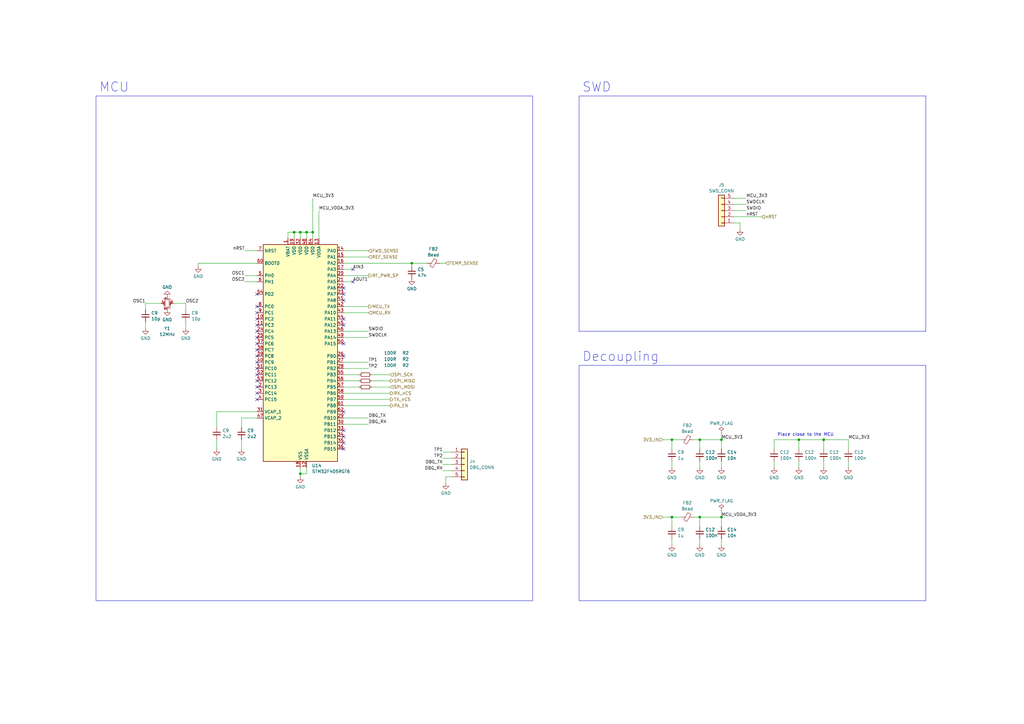
<source format=kicad_sch>
(kicad_sch (version 20230121) (generator eeschema)

  (uuid e5b8a65d-b20f-4a7e-bafd-22d83254310d)

  (paper "A3")

  (title_block
    (title "M17 Remote Radio Unit - RF board")
    (date "28-10-2023")
    (rev "A")
    (company "M17 Project")
    (comment 1 "Wojciech Kaczmarski, SP5WWP")
  )

  (lib_symbols
    (symbol "Connector_Generic:Conn_01x05" (pin_names (offset 1.016) hide) (in_bom yes) (on_board yes)
      (property "Reference" "J" (at 0 7.62 0)
        (effects (font (size 1.27 1.27)))
      )
      (property "Value" "Conn_01x05" (at 0 -7.62 0)
        (effects (font (size 1.27 1.27)))
      )
      (property "Footprint" "" (at 0 0 0)
        (effects (font (size 1.27 1.27)) hide)
      )
      (property "Datasheet" "~" (at 0 0 0)
        (effects (font (size 1.27 1.27)) hide)
      )
      (property "ki_keywords" "connector" (at 0 0 0)
        (effects (font (size 1.27 1.27)) hide)
      )
      (property "ki_description" "Generic connector, single row, 01x05, script generated (kicad-library-utils/schlib/autogen/connector/)" (at 0 0 0)
        (effects (font (size 1.27 1.27)) hide)
      )
      (property "ki_fp_filters" "Connector*:*_1x??_*" (at 0 0 0)
        (effects (font (size 1.27 1.27)) hide)
      )
      (symbol "Conn_01x05_1_1"
        (rectangle (start -1.27 -4.953) (end 0 -5.207)
          (stroke (width 0.1524) (type default))
          (fill (type none))
        )
        (rectangle (start -1.27 -2.413) (end 0 -2.667)
          (stroke (width 0.1524) (type default))
          (fill (type none))
        )
        (rectangle (start -1.27 0.127) (end 0 -0.127)
          (stroke (width 0.1524) (type default))
          (fill (type none))
        )
        (rectangle (start -1.27 2.667) (end 0 2.413)
          (stroke (width 0.1524) (type default))
          (fill (type none))
        )
        (rectangle (start -1.27 5.207) (end 0 4.953)
          (stroke (width 0.1524) (type default))
          (fill (type none))
        )
        (rectangle (start -1.27 6.35) (end 1.27 -6.35)
          (stroke (width 0.254) (type default))
          (fill (type background))
        )
        (pin passive line (at -5.08 5.08 0) (length 3.81)
          (name "Pin_1" (effects (font (size 1.27 1.27))))
          (number "1" (effects (font (size 1.27 1.27))))
        )
        (pin passive line (at -5.08 2.54 0) (length 3.81)
          (name "Pin_2" (effects (font (size 1.27 1.27))))
          (number "2" (effects (font (size 1.27 1.27))))
        )
        (pin passive line (at -5.08 0 0) (length 3.81)
          (name "Pin_3" (effects (font (size 1.27 1.27))))
          (number "3" (effects (font (size 1.27 1.27))))
        )
        (pin passive line (at -5.08 -2.54 0) (length 3.81)
          (name "Pin_4" (effects (font (size 1.27 1.27))))
          (number "4" (effects (font (size 1.27 1.27))))
        )
        (pin passive line (at -5.08 -5.08 0) (length 3.81)
          (name "Pin_5" (effects (font (size 1.27 1.27))))
          (number "5" (effects (font (size 1.27 1.27))))
        )
      )
    )
    (symbol "Device:C_Small" (pin_numbers hide) (pin_names (offset 0.254) hide) (in_bom yes) (on_board yes)
      (property "Reference" "C" (at 0.254 1.778 0)
        (effects (font (size 1.27 1.27)) (justify left))
      )
      (property "Value" "C_Small" (at 0.254 -2.032 0)
        (effects (font (size 1.27 1.27)) (justify left))
      )
      (property "Footprint" "" (at 0 0 0)
        (effects (font (size 1.27 1.27)) hide)
      )
      (property "Datasheet" "~" (at 0 0 0)
        (effects (font (size 1.27 1.27)) hide)
      )
      (property "ki_keywords" "capacitor cap" (at 0 0 0)
        (effects (font (size 1.27 1.27)) hide)
      )
      (property "ki_description" "Unpolarized capacitor, small symbol" (at 0 0 0)
        (effects (font (size 1.27 1.27)) hide)
      )
      (property "ki_fp_filters" "C_*" (at 0 0 0)
        (effects (font (size 1.27 1.27)) hide)
      )
      (symbol "C_Small_0_1"
        (polyline
          (pts
            (xy -1.524 -0.508)
            (xy 1.524 -0.508)
          )
          (stroke (width 0.3302) (type default))
          (fill (type none))
        )
        (polyline
          (pts
            (xy -1.524 0.508)
            (xy 1.524 0.508)
          )
          (stroke (width 0.3048) (type default))
          (fill (type none))
        )
      )
      (symbol "C_Small_1_1"
        (pin passive line (at 0 2.54 270) (length 2.032)
          (name "~" (effects (font (size 1.27 1.27))))
          (number "1" (effects (font (size 1.27 1.27))))
        )
        (pin passive line (at 0 -2.54 90) (length 2.032)
          (name "~" (effects (font (size 1.27 1.27))))
          (number "2" (effects (font (size 1.27 1.27))))
        )
      )
    )
    (symbol "Device:Crystal_GND24_Small" (pin_names (offset 1.016) hide) (in_bom yes) (on_board yes)
      (property "Reference" "Y" (at 1.27 4.445 0)
        (effects (font (size 1.27 1.27)) (justify left))
      )
      (property "Value" "Crystal_GND24_Small" (at 1.27 2.54 0)
        (effects (font (size 1.27 1.27)) (justify left))
      )
      (property "Footprint" "" (at 0 0 0)
        (effects (font (size 1.27 1.27)) hide)
      )
      (property "Datasheet" "~" (at 0 0 0)
        (effects (font (size 1.27 1.27)) hide)
      )
      (property "ki_keywords" "quartz ceramic resonator oscillator" (at 0 0 0)
        (effects (font (size 1.27 1.27)) hide)
      )
      (property "ki_description" "Four pin crystal, GND on pins 2 and 4, small symbol" (at 0 0 0)
        (effects (font (size 1.27 1.27)) hide)
      )
      (property "ki_fp_filters" "Crystal*" (at 0 0 0)
        (effects (font (size 1.27 1.27)) hide)
      )
      (symbol "Crystal_GND24_Small_0_1"
        (rectangle (start -0.762 -1.524) (end 0.762 1.524)
          (stroke (width 0) (type default))
          (fill (type none))
        )
        (polyline
          (pts
            (xy -1.27 -0.762)
            (xy -1.27 0.762)
          )
          (stroke (width 0.381) (type default))
          (fill (type none))
        )
        (polyline
          (pts
            (xy 1.27 -0.762)
            (xy 1.27 0.762)
          )
          (stroke (width 0.381) (type default))
          (fill (type none))
        )
        (polyline
          (pts
            (xy -1.27 -1.27)
            (xy -1.27 -1.905)
            (xy 1.27 -1.905)
            (xy 1.27 -1.27)
          )
          (stroke (width 0) (type default))
          (fill (type none))
        )
        (polyline
          (pts
            (xy -1.27 1.27)
            (xy -1.27 1.905)
            (xy 1.27 1.905)
            (xy 1.27 1.27)
          )
          (stroke (width 0) (type default))
          (fill (type none))
        )
      )
      (symbol "Crystal_GND24_Small_1_1"
        (pin passive line (at -2.54 0 0) (length 1.27)
          (name "1" (effects (font (size 1.27 1.27))))
          (number "1" (effects (font (size 0.762 0.762))))
        )
        (pin passive line (at 0 -2.54 90) (length 0.635)
          (name "2" (effects (font (size 1.27 1.27))))
          (number "2" (effects (font (size 0.762 0.762))))
        )
        (pin passive line (at 2.54 0 180) (length 1.27)
          (name "3" (effects (font (size 1.27 1.27))))
          (number "3" (effects (font (size 0.762 0.762))))
        )
        (pin passive line (at 0 2.54 270) (length 0.635)
          (name "4" (effects (font (size 1.27 1.27))))
          (number "4" (effects (font (size 0.762 0.762))))
        )
      )
    )
    (symbol "Device:FerriteBead_Small" (pin_numbers hide) (pin_names (offset 0)) (in_bom yes) (on_board yes)
      (property "Reference" "FB" (at 1.905 1.27 0)
        (effects (font (size 1.27 1.27)) (justify left))
      )
      (property "Value" "FerriteBead_Small" (at 1.905 -1.27 0)
        (effects (font (size 1.27 1.27)) (justify left))
      )
      (property "Footprint" "" (at -1.778 0 90)
        (effects (font (size 1.27 1.27)) hide)
      )
      (property "Datasheet" "~" (at 0 0 0)
        (effects (font (size 1.27 1.27)) hide)
      )
      (property "ki_keywords" "L ferrite bead inductor filter" (at 0 0 0)
        (effects (font (size 1.27 1.27)) hide)
      )
      (property "ki_description" "Ferrite bead, small symbol" (at 0 0 0)
        (effects (font (size 1.27 1.27)) hide)
      )
      (property "ki_fp_filters" "Inductor_* L_* *Ferrite*" (at 0 0 0)
        (effects (font (size 1.27 1.27)) hide)
      )
      (symbol "FerriteBead_Small_0_1"
        (polyline
          (pts
            (xy 0 -1.27)
            (xy 0 -0.7874)
          )
          (stroke (width 0) (type default))
          (fill (type none))
        )
        (polyline
          (pts
            (xy 0 0.889)
            (xy 0 1.2954)
          )
          (stroke (width 0) (type default))
          (fill (type none))
        )
        (polyline
          (pts
            (xy -1.8288 0.2794)
            (xy -1.1176 1.4986)
            (xy 1.8288 -0.2032)
            (xy 1.1176 -1.4224)
            (xy -1.8288 0.2794)
          )
          (stroke (width 0) (type default))
          (fill (type none))
        )
      )
      (symbol "FerriteBead_Small_1_1"
        (pin passive line (at 0 2.54 270) (length 1.27)
          (name "~" (effects (font (size 1.27 1.27))))
          (number "1" (effects (font (size 1.27 1.27))))
        )
        (pin passive line (at 0 -2.54 90) (length 1.27)
          (name "~" (effects (font (size 1.27 1.27))))
          (number "2" (effects (font (size 1.27 1.27))))
        )
      )
    )
    (symbol "Device:R_Small" (pin_numbers hide) (pin_names (offset 0.254) hide) (in_bom yes) (on_board yes)
      (property "Reference" "R" (at 0.762 0.508 0)
        (effects (font (size 1.27 1.27)) (justify left))
      )
      (property "Value" "R_Small" (at 0.762 -1.016 0)
        (effects (font (size 1.27 1.27)) (justify left))
      )
      (property "Footprint" "" (at 0 0 0)
        (effects (font (size 1.27 1.27)) hide)
      )
      (property "Datasheet" "~" (at 0 0 0)
        (effects (font (size 1.27 1.27)) hide)
      )
      (property "ki_keywords" "R resistor" (at 0 0 0)
        (effects (font (size 1.27 1.27)) hide)
      )
      (property "ki_description" "Resistor, small symbol" (at 0 0 0)
        (effects (font (size 1.27 1.27)) hide)
      )
      (property "ki_fp_filters" "R_*" (at 0 0 0)
        (effects (font (size 1.27 1.27)) hide)
      )
      (symbol "R_Small_0_1"
        (rectangle (start -0.762 1.778) (end 0.762 -1.778)
          (stroke (width 0.2032) (type default))
          (fill (type none))
        )
      )
      (symbol "R_Small_1_1"
        (pin passive line (at 0 2.54 270) (length 0.762)
          (name "~" (effects (font (size 1.27 1.27))))
          (number "1" (effects (font (size 1.27 1.27))))
        )
        (pin passive line (at 0 -2.54 90) (length 0.762)
          (name "~" (effects (font (size 1.27 1.27))))
          (number "2" (effects (font (size 1.27 1.27))))
        )
      )
    )
    (symbol "MCU_ST_STM32F4:STM32F405RGTx" (in_bom yes) (on_board yes)
      (property "Reference" "U" (at -15.24 46.99 0)
        (effects (font (size 1.27 1.27)) (justify left))
      )
      (property "Value" "STM32F405RGTx" (at 10.16 46.99 0)
        (effects (font (size 1.27 1.27)) (justify left))
      )
      (property "Footprint" "Package_QFP:LQFP-64_10x10mm_P0.5mm" (at -15.24 -43.18 0)
        (effects (font (size 1.27 1.27)) (justify right) hide)
      )
      (property "Datasheet" "https://www.st.com/resource/en/datasheet/stm32f405rg.pdf" (at 0 0 0)
        (effects (font (size 1.27 1.27)) hide)
      )
      (property "ki_locked" "" (at 0 0 0)
        (effects (font (size 1.27 1.27)))
      )
      (property "ki_keywords" "Arm Cortex-M4 STM32F4 STM32F405/415" (at 0 0 0)
        (effects (font (size 1.27 1.27)) hide)
      )
      (property "ki_description" "STMicroelectronics Arm Cortex-M4 MCU, 1024KB flash, 192KB RAM, 168 MHz, 1.8-3.6V, 51 GPIO, LQFP64" (at 0 0 0)
        (effects (font (size 1.27 1.27)) hide)
      )
      (property "ki_fp_filters" "LQFP*10x10mm*P0.5mm*" (at 0 0 0)
        (effects (font (size 1.27 1.27)) hide)
      )
      (symbol "STM32F405RGTx_0_1"
        (rectangle (start -15.24 -43.18) (end 15.24 45.72)
          (stroke (width 0.254) (type default))
          (fill (type background))
        )
      )
      (symbol "STM32F405RGTx_1_1"
        (pin power_in line (at -5.08 48.26 270) (length 2.54)
          (name "VBAT" (effects (font (size 1.27 1.27))))
          (number "1" (effects (font (size 1.27 1.27))))
        )
        (pin bidirectional line (at -17.78 15.24 0) (length 2.54)
          (name "PC2" (effects (font (size 1.27 1.27))))
          (number "10" (effects (font (size 1.27 1.27))))
          (alternate "ADC1_IN12" bidirectional line)
          (alternate "ADC2_IN12" bidirectional line)
          (alternate "ADC3_IN12" bidirectional line)
          (alternate "I2S2_ext_SD" bidirectional line)
          (alternate "SPI2_MISO" bidirectional line)
          (alternate "USB_OTG_HS_ULPI_DIR" bidirectional line)
        )
        (pin bidirectional line (at -17.78 12.7 0) (length 2.54)
          (name "PC3" (effects (font (size 1.27 1.27))))
          (number "11" (effects (font (size 1.27 1.27))))
          (alternate "ADC1_IN13" bidirectional line)
          (alternate "ADC2_IN13" bidirectional line)
          (alternate "ADC3_IN13" bidirectional line)
          (alternate "I2S2_SD" bidirectional line)
          (alternate "SPI2_MOSI" bidirectional line)
          (alternate "USB_OTG_HS_ULPI_NXT" bidirectional line)
        )
        (pin power_in line (at 2.54 -45.72 90) (length 2.54)
          (name "VSSA" (effects (font (size 1.27 1.27))))
          (number "12" (effects (font (size 1.27 1.27))))
        )
        (pin power_in line (at 7.62 48.26 270) (length 2.54)
          (name "VDDA" (effects (font (size 1.27 1.27))))
          (number "13" (effects (font (size 1.27 1.27))))
        )
        (pin bidirectional line (at 17.78 43.18 180) (length 2.54)
          (name "PA0" (effects (font (size 1.27 1.27))))
          (number "14" (effects (font (size 1.27 1.27))))
          (alternate "ADC1_IN0" bidirectional line)
          (alternate "ADC2_IN0" bidirectional line)
          (alternate "ADC3_IN0" bidirectional line)
          (alternate "SYS_WKUP" bidirectional line)
          (alternate "TIM2_CH1" bidirectional line)
          (alternate "TIM2_ETR" bidirectional line)
          (alternate "TIM5_CH1" bidirectional line)
          (alternate "TIM8_ETR" bidirectional line)
          (alternate "UART4_TX" bidirectional line)
          (alternate "USART2_CTS" bidirectional line)
        )
        (pin bidirectional line (at 17.78 40.64 180) (length 2.54)
          (name "PA1" (effects (font (size 1.27 1.27))))
          (number "15" (effects (font (size 1.27 1.27))))
          (alternate "ADC1_IN1" bidirectional line)
          (alternate "ADC2_IN1" bidirectional line)
          (alternate "ADC3_IN1" bidirectional line)
          (alternate "TIM2_CH2" bidirectional line)
          (alternate "TIM5_CH2" bidirectional line)
          (alternate "UART4_RX" bidirectional line)
          (alternate "USART2_RTS" bidirectional line)
        )
        (pin bidirectional line (at 17.78 38.1 180) (length 2.54)
          (name "PA2" (effects (font (size 1.27 1.27))))
          (number "16" (effects (font (size 1.27 1.27))))
          (alternate "ADC1_IN2" bidirectional line)
          (alternate "ADC2_IN2" bidirectional line)
          (alternate "ADC3_IN2" bidirectional line)
          (alternate "TIM2_CH3" bidirectional line)
          (alternate "TIM5_CH3" bidirectional line)
          (alternate "TIM9_CH1" bidirectional line)
          (alternate "USART2_TX" bidirectional line)
        )
        (pin bidirectional line (at 17.78 35.56 180) (length 2.54)
          (name "PA3" (effects (font (size 1.27 1.27))))
          (number "17" (effects (font (size 1.27 1.27))))
          (alternate "ADC1_IN3" bidirectional line)
          (alternate "ADC2_IN3" bidirectional line)
          (alternate "ADC3_IN3" bidirectional line)
          (alternate "TIM2_CH4" bidirectional line)
          (alternate "TIM5_CH4" bidirectional line)
          (alternate "TIM9_CH2" bidirectional line)
          (alternate "USART2_RX" bidirectional line)
          (alternate "USB_OTG_HS_ULPI_D0" bidirectional line)
        )
        (pin power_in line (at 0 -45.72 90) (length 2.54)
          (name "VSS" (effects (font (size 1.27 1.27))))
          (number "18" (effects (font (size 1.27 1.27))))
        )
        (pin power_in line (at -2.54 48.26 270) (length 2.54)
          (name "VDD" (effects (font (size 1.27 1.27))))
          (number "19" (effects (font (size 1.27 1.27))))
        )
        (pin bidirectional line (at -17.78 -12.7 0) (length 2.54)
          (name "PC13" (effects (font (size 1.27 1.27))))
          (number "2" (effects (font (size 1.27 1.27))))
          (alternate "RTC_AF1" bidirectional line)
        )
        (pin bidirectional line (at 17.78 33.02 180) (length 2.54)
          (name "PA4" (effects (font (size 1.27 1.27))))
          (number "20" (effects (font (size 1.27 1.27))))
          (alternate "ADC1_IN4" bidirectional line)
          (alternate "ADC2_IN4" bidirectional line)
          (alternate "DAC_OUT1" bidirectional line)
          (alternate "I2S3_WS" bidirectional line)
          (alternate "SPI1_NSS" bidirectional line)
          (alternate "SPI3_NSS" bidirectional line)
          (alternate "USART2_CK" bidirectional line)
          (alternate "USB_OTG_HS_SOF" bidirectional line)
        )
        (pin bidirectional line (at 17.78 30.48 180) (length 2.54)
          (name "PA5" (effects (font (size 1.27 1.27))))
          (number "21" (effects (font (size 1.27 1.27))))
          (alternate "ADC1_IN5" bidirectional line)
          (alternate "ADC2_IN5" bidirectional line)
          (alternate "DAC_OUT2" bidirectional line)
          (alternate "SPI1_SCK" bidirectional line)
          (alternate "TIM2_CH1" bidirectional line)
          (alternate "TIM2_ETR" bidirectional line)
          (alternate "TIM8_CH1N" bidirectional line)
          (alternate "USB_OTG_HS_ULPI_CK" bidirectional line)
        )
        (pin bidirectional line (at 17.78 27.94 180) (length 2.54)
          (name "PA6" (effects (font (size 1.27 1.27))))
          (number "22" (effects (font (size 1.27 1.27))))
          (alternate "ADC1_IN6" bidirectional line)
          (alternate "ADC2_IN6" bidirectional line)
          (alternate "SPI1_MISO" bidirectional line)
          (alternate "TIM13_CH1" bidirectional line)
          (alternate "TIM1_BKIN" bidirectional line)
          (alternate "TIM3_CH1" bidirectional line)
          (alternate "TIM8_BKIN" bidirectional line)
        )
        (pin bidirectional line (at 17.78 25.4 180) (length 2.54)
          (name "PA7" (effects (font (size 1.27 1.27))))
          (number "23" (effects (font (size 1.27 1.27))))
          (alternate "ADC1_IN7" bidirectional line)
          (alternate "ADC2_IN7" bidirectional line)
          (alternate "SPI1_MOSI" bidirectional line)
          (alternate "TIM14_CH1" bidirectional line)
          (alternate "TIM1_CH1N" bidirectional line)
          (alternate "TIM3_CH2" bidirectional line)
          (alternate "TIM8_CH1N" bidirectional line)
        )
        (pin bidirectional line (at -17.78 10.16 0) (length 2.54)
          (name "PC4" (effects (font (size 1.27 1.27))))
          (number "24" (effects (font (size 1.27 1.27))))
          (alternate "ADC1_IN14" bidirectional line)
          (alternate "ADC2_IN14" bidirectional line)
        )
        (pin bidirectional line (at -17.78 7.62 0) (length 2.54)
          (name "PC5" (effects (font (size 1.27 1.27))))
          (number "25" (effects (font (size 1.27 1.27))))
          (alternate "ADC1_IN15" bidirectional line)
          (alternate "ADC2_IN15" bidirectional line)
        )
        (pin bidirectional line (at 17.78 0 180) (length 2.54)
          (name "PB0" (effects (font (size 1.27 1.27))))
          (number "26" (effects (font (size 1.27 1.27))))
          (alternate "ADC1_IN8" bidirectional line)
          (alternate "ADC2_IN8" bidirectional line)
          (alternate "TIM1_CH2N" bidirectional line)
          (alternate "TIM3_CH3" bidirectional line)
          (alternate "TIM8_CH2N" bidirectional line)
          (alternate "USB_OTG_HS_ULPI_D1" bidirectional line)
        )
        (pin bidirectional line (at 17.78 -2.54 180) (length 2.54)
          (name "PB1" (effects (font (size 1.27 1.27))))
          (number "27" (effects (font (size 1.27 1.27))))
          (alternate "ADC1_IN9" bidirectional line)
          (alternate "ADC2_IN9" bidirectional line)
          (alternate "TIM1_CH3N" bidirectional line)
          (alternate "TIM3_CH4" bidirectional line)
          (alternate "TIM8_CH3N" bidirectional line)
          (alternate "USB_OTG_HS_ULPI_D2" bidirectional line)
        )
        (pin bidirectional line (at 17.78 -5.08 180) (length 2.54)
          (name "PB2" (effects (font (size 1.27 1.27))))
          (number "28" (effects (font (size 1.27 1.27))))
        )
        (pin bidirectional line (at 17.78 -25.4 180) (length 2.54)
          (name "PB10" (effects (font (size 1.27 1.27))))
          (number "29" (effects (font (size 1.27 1.27))))
          (alternate "I2C2_SCL" bidirectional line)
          (alternate "I2S2_CK" bidirectional line)
          (alternate "SPI2_SCK" bidirectional line)
          (alternate "TIM2_CH3" bidirectional line)
          (alternate "USART3_TX" bidirectional line)
          (alternate "USB_OTG_HS_ULPI_D3" bidirectional line)
        )
        (pin bidirectional line (at -17.78 -15.24 0) (length 2.54)
          (name "PC14" (effects (font (size 1.27 1.27))))
          (number "3" (effects (font (size 1.27 1.27))))
          (alternate "RCC_OSC32_IN" bidirectional line)
        )
        (pin bidirectional line (at 17.78 -27.94 180) (length 2.54)
          (name "PB11" (effects (font (size 1.27 1.27))))
          (number "30" (effects (font (size 1.27 1.27))))
          (alternate "ADC1_EXTI11" bidirectional line)
          (alternate "ADC2_EXTI11" bidirectional line)
          (alternate "ADC3_EXTI11" bidirectional line)
          (alternate "I2C2_SDA" bidirectional line)
          (alternate "TIM2_CH4" bidirectional line)
          (alternate "USART3_RX" bidirectional line)
          (alternate "USB_OTG_HS_ULPI_D4" bidirectional line)
        )
        (pin power_out line (at -17.78 -22.86 0) (length 2.54)
          (name "VCAP_1" (effects (font (size 1.27 1.27))))
          (number "31" (effects (font (size 1.27 1.27))))
        )
        (pin power_in line (at 0 48.26 270) (length 2.54)
          (name "VDD" (effects (font (size 1.27 1.27))))
          (number "32" (effects (font (size 1.27 1.27))))
        )
        (pin bidirectional line (at 17.78 -30.48 180) (length 2.54)
          (name "PB12" (effects (font (size 1.27 1.27))))
          (number "33" (effects (font (size 1.27 1.27))))
          (alternate "CAN2_RX" bidirectional line)
          (alternate "I2C2_SMBA" bidirectional line)
          (alternate "I2S2_WS" bidirectional line)
          (alternate "SPI2_NSS" bidirectional line)
          (alternate "TIM1_BKIN" bidirectional line)
          (alternate "USART3_CK" bidirectional line)
          (alternate "USB_OTG_HS_ID" bidirectional line)
          (alternate "USB_OTG_HS_ULPI_D5" bidirectional line)
        )
        (pin bidirectional line (at 17.78 -33.02 180) (length 2.54)
          (name "PB13" (effects (font (size 1.27 1.27))))
          (number "34" (effects (font (size 1.27 1.27))))
          (alternate "CAN2_TX" bidirectional line)
          (alternate "I2S2_CK" bidirectional line)
          (alternate "SPI2_SCK" bidirectional line)
          (alternate "TIM1_CH1N" bidirectional line)
          (alternate "USART3_CTS" bidirectional line)
          (alternate "USB_OTG_HS_ULPI_D6" bidirectional line)
          (alternate "USB_OTG_HS_VBUS" bidirectional line)
        )
        (pin bidirectional line (at 17.78 -35.56 180) (length 2.54)
          (name "PB14" (effects (font (size 1.27 1.27))))
          (number "35" (effects (font (size 1.27 1.27))))
          (alternate "I2S2_ext_SD" bidirectional line)
          (alternate "SPI2_MISO" bidirectional line)
          (alternate "TIM12_CH1" bidirectional line)
          (alternate "TIM1_CH2N" bidirectional line)
          (alternate "TIM8_CH2N" bidirectional line)
          (alternate "USART3_RTS" bidirectional line)
          (alternate "USB_OTG_HS_DM" bidirectional line)
        )
        (pin bidirectional line (at 17.78 -38.1 180) (length 2.54)
          (name "PB15" (effects (font (size 1.27 1.27))))
          (number "36" (effects (font (size 1.27 1.27))))
          (alternate "ADC1_EXTI15" bidirectional line)
          (alternate "ADC2_EXTI15" bidirectional line)
          (alternate "ADC3_EXTI15" bidirectional line)
          (alternate "I2S2_SD" bidirectional line)
          (alternate "RTC_REFIN" bidirectional line)
          (alternate "SPI2_MOSI" bidirectional line)
          (alternate "TIM12_CH2" bidirectional line)
          (alternate "TIM1_CH3N" bidirectional line)
          (alternate "TIM8_CH3N" bidirectional line)
          (alternate "USB_OTG_HS_DP" bidirectional line)
        )
        (pin bidirectional line (at -17.78 5.08 0) (length 2.54)
          (name "PC6" (effects (font (size 1.27 1.27))))
          (number "37" (effects (font (size 1.27 1.27))))
          (alternate "I2S2_MCK" bidirectional line)
          (alternate "SDIO_D6" bidirectional line)
          (alternate "TIM3_CH1" bidirectional line)
          (alternate "TIM8_CH1" bidirectional line)
          (alternate "USART6_TX" bidirectional line)
        )
        (pin bidirectional line (at -17.78 2.54 0) (length 2.54)
          (name "PC7" (effects (font (size 1.27 1.27))))
          (number "38" (effects (font (size 1.27 1.27))))
          (alternate "I2S3_MCK" bidirectional line)
          (alternate "SDIO_D7" bidirectional line)
          (alternate "TIM3_CH2" bidirectional line)
          (alternate "TIM8_CH2" bidirectional line)
          (alternate "USART6_RX" bidirectional line)
        )
        (pin bidirectional line (at -17.78 0 0) (length 2.54)
          (name "PC8" (effects (font (size 1.27 1.27))))
          (number "39" (effects (font (size 1.27 1.27))))
          (alternate "SDIO_D0" bidirectional line)
          (alternate "TIM3_CH3" bidirectional line)
          (alternate "TIM8_CH3" bidirectional line)
          (alternate "USART6_CK" bidirectional line)
        )
        (pin bidirectional line (at -17.78 -17.78 0) (length 2.54)
          (name "PC15" (effects (font (size 1.27 1.27))))
          (number "4" (effects (font (size 1.27 1.27))))
          (alternate "ADC1_EXTI15" bidirectional line)
          (alternate "ADC2_EXTI15" bidirectional line)
          (alternate "ADC3_EXTI15" bidirectional line)
          (alternate "RCC_OSC32_OUT" bidirectional line)
        )
        (pin bidirectional line (at -17.78 -2.54 0) (length 2.54)
          (name "PC9" (effects (font (size 1.27 1.27))))
          (number "40" (effects (font (size 1.27 1.27))))
          (alternate "DAC_EXTI9" bidirectional line)
          (alternate "I2C3_SDA" bidirectional line)
          (alternate "I2S_CKIN" bidirectional line)
          (alternate "RCC_MCO_2" bidirectional line)
          (alternate "SDIO_D1" bidirectional line)
          (alternate "TIM3_CH4" bidirectional line)
          (alternate "TIM8_CH4" bidirectional line)
        )
        (pin bidirectional line (at 17.78 22.86 180) (length 2.54)
          (name "PA8" (effects (font (size 1.27 1.27))))
          (number "41" (effects (font (size 1.27 1.27))))
          (alternate "I2C3_SCL" bidirectional line)
          (alternate "RCC_MCO_1" bidirectional line)
          (alternate "TIM1_CH1" bidirectional line)
          (alternate "USART1_CK" bidirectional line)
          (alternate "USB_OTG_FS_SOF" bidirectional line)
        )
        (pin bidirectional line (at 17.78 20.32 180) (length 2.54)
          (name "PA9" (effects (font (size 1.27 1.27))))
          (number "42" (effects (font (size 1.27 1.27))))
          (alternate "DAC_EXTI9" bidirectional line)
          (alternate "I2C3_SMBA" bidirectional line)
          (alternate "TIM1_CH2" bidirectional line)
          (alternate "USART1_TX" bidirectional line)
          (alternate "USB_OTG_FS_VBUS" bidirectional line)
        )
        (pin bidirectional line (at 17.78 17.78 180) (length 2.54)
          (name "PA10" (effects (font (size 1.27 1.27))))
          (number "43" (effects (font (size 1.27 1.27))))
          (alternate "TIM1_CH3" bidirectional line)
          (alternate "USART1_RX" bidirectional line)
          (alternate "USB_OTG_FS_ID" bidirectional line)
        )
        (pin bidirectional line (at 17.78 15.24 180) (length 2.54)
          (name "PA11" (effects (font (size 1.27 1.27))))
          (number "44" (effects (font (size 1.27 1.27))))
          (alternate "ADC1_EXTI11" bidirectional line)
          (alternate "ADC2_EXTI11" bidirectional line)
          (alternate "ADC3_EXTI11" bidirectional line)
          (alternate "CAN1_RX" bidirectional line)
          (alternate "TIM1_CH4" bidirectional line)
          (alternate "USART1_CTS" bidirectional line)
          (alternate "USB_OTG_FS_DM" bidirectional line)
        )
        (pin bidirectional line (at 17.78 12.7 180) (length 2.54)
          (name "PA12" (effects (font (size 1.27 1.27))))
          (number "45" (effects (font (size 1.27 1.27))))
          (alternate "CAN1_TX" bidirectional line)
          (alternate "TIM1_ETR" bidirectional line)
          (alternate "USART1_RTS" bidirectional line)
          (alternate "USB_OTG_FS_DP" bidirectional line)
        )
        (pin bidirectional line (at 17.78 10.16 180) (length 2.54)
          (name "PA13" (effects (font (size 1.27 1.27))))
          (number "46" (effects (font (size 1.27 1.27))))
          (alternate "SYS_JTMS-SWDIO" bidirectional line)
        )
        (pin power_out line (at -17.78 -25.4 0) (length 2.54)
          (name "VCAP_2" (effects (font (size 1.27 1.27))))
          (number "47" (effects (font (size 1.27 1.27))))
        )
        (pin power_in line (at 2.54 48.26 270) (length 2.54)
          (name "VDD" (effects (font (size 1.27 1.27))))
          (number "48" (effects (font (size 1.27 1.27))))
        )
        (pin bidirectional line (at 17.78 7.62 180) (length 2.54)
          (name "PA14" (effects (font (size 1.27 1.27))))
          (number "49" (effects (font (size 1.27 1.27))))
          (alternate "SYS_JTCK-SWCLK" bidirectional line)
        )
        (pin bidirectional line (at -17.78 33.02 0) (length 2.54)
          (name "PH0" (effects (font (size 1.27 1.27))))
          (number "5" (effects (font (size 1.27 1.27))))
          (alternate "RCC_OSC_IN" bidirectional line)
        )
        (pin bidirectional line (at 17.78 5.08 180) (length 2.54)
          (name "PA15" (effects (font (size 1.27 1.27))))
          (number "50" (effects (font (size 1.27 1.27))))
          (alternate "ADC1_EXTI15" bidirectional line)
          (alternate "ADC2_EXTI15" bidirectional line)
          (alternate "ADC3_EXTI15" bidirectional line)
          (alternate "I2S3_WS" bidirectional line)
          (alternate "SPI1_NSS" bidirectional line)
          (alternate "SPI3_NSS" bidirectional line)
          (alternate "SYS_JTDI" bidirectional line)
          (alternate "TIM2_CH1" bidirectional line)
          (alternate "TIM2_ETR" bidirectional line)
        )
        (pin bidirectional line (at -17.78 -5.08 0) (length 2.54)
          (name "PC10" (effects (font (size 1.27 1.27))))
          (number "51" (effects (font (size 1.27 1.27))))
          (alternate "I2S3_CK" bidirectional line)
          (alternate "SDIO_D2" bidirectional line)
          (alternate "SPI3_SCK" bidirectional line)
          (alternate "UART4_TX" bidirectional line)
          (alternate "USART3_TX" bidirectional line)
        )
        (pin bidirectional line (at -17.78 -7.62 0) (length 2.54)
          (name "PC11" (effects (font (size 1.27 1.27))))
          (number "52" (effects (font (size 1.27 1.27))))
          (alternate "ADC1_EXTI11" bidirectional line)
          (alternate "ADC2_EXTI11" bidirectional line)
          (alternate "ADC3_EXTI11" bidirectional line)
          (alternate "I2S3_ext_SD" bidirectional line)
          (alternate "SDIO_D3" bidirectional line)
          (alternate "SPI3_MISO" bidirectional line)
          (alternate "UART4_RX" bidirectional line)
          (alternate "USART3_RX" bidirectional line)
        )
        (pin bidirectional line (at -17.78 -10.16 0) (length 2.54)
          (name "PC12" (effects (font (size 1.27 1.27))))
          (number "53" (effects (font (size 1.27 1.27))))
          (alternate "I2S3_SD" bidirectional line)
          (alternate "SDIO_CK" bidirectional line)
          (alternate "SPI3_MOSI" bidirectional line)
          (alternate "UART5_TX" bidirectional line)
          (alternate "USART3_CK" bidirectional line)
        )
        (pin bidirectional line (at -17.78 25.4 0) (length 2.54)
          (name "PD2" (effects (font (size 1.27 1.27))))
          (number "54" (effects (font (size 1.27 1.27))))
          (alternate "SDIO_CMD" bidirectional line)
          (alternate "TIM3_ETR" bidirectional line)
          (alternate "UART5_RX" bidirectional line)
        )
        (pin bidirectional line (at 17.78 -7.62 180) (length 2.54)
          (name "PB3" (effects (font (size 1.27 1.27))))
          (number "55" (effects (font (size 1.27 1.27))))
          (alternate "I2S3_CK" bidirectional line)
          (alternate "SPI1_SCK" bidirectional line)
          (alternate "SPI3_SCK" bidirectional line)
          (alternate "SYS_JTDO-SWO" bidirectional line)
          (alternate "TIM2_CH2" bidirectional line)
        )
        (pin bidirectional line (at 17.78 -10.16 180) (length 2.54)
          (name "PB4" (effects (font (size 1.27 1.27))))
          (number "56" (effects (font (size 1.27 1.27))))
          (alternate "I2S3_ext_SD" bidirectional line)
          (alternate "SPI1_MISO" bidirectional line)
          (alternate "SPI3_MISO" bidirectional line)
          (alternate "SYS_JTRST" bidirectional line)
          (alternate "TIM3_CH1" bidirectional line)
        )
        (pin bidirectional line (at 17.78 -12.7 180) (length 2.54)
          (name "PB5" (effects (font (size 1.27 1.27))))
          (number "57" (effects (font (size 1.27 1.27))))
          (alternate "CAN2_RX" bidirectional line)
          (alternate "I2C1_SMBA" bidirectional line)
          (alternate "I2S3_SD" bidirectional line)
          (alternate "SPI1_MOSI" bidirectional line)
          (alternate "SPI3_MOSI" bidirectional line)
          (alternate "TIM3_CH2" bidirectional line)
          (alternate "USB_OTG_HS_ULPI_D7" bidirectional line)
        )
        (pin bidirectional line (at 17.78 -15.24 180) (length 2.54)
          (name "PB6" (effects (font (size 1.27 1.27))))
          (number "58" (effects (font (size 1.27 1.27))))
          (alternate "CAN2_TX" bidirectional line)
          (alternate "I2C1_SCL" bidirectional line)
          (alternate "TIM4_CH1" bidirectional line)
          (alternate "USART1_TX" bidirectional line)
        )
        (pin bidirectional line (at 17.78 -17.78 180) (length 2.54)
          (name "PB7" (effects (font (size 1.27 1.27))))
          (number "59" (effects (font (size 1.27 1.27))))
          (alternate "I2C1_SDA" bidirectional line)
          (alternate "TIM4_CH2" bidirectional line)
          (alternate "USART1_RX" bidirectional line)
        )
        (pin bidirectional line (at -17.78 30.48 0) (length 2.54)
          (name "PH1" (effects (font (size 1.27 1.27))))
          (number "6" (effects (font (size 1.27 1.27))))
          (alternate "RCC_OSC_OUT" bidirectional line)
        )
        (pin input line (at -17.78 38.1 0) (length 2.54)
          (name "BOOT0" (effects (font (size 1.27 1.27))))
          (number "60" (effects (font (size 1.27 1.27))))
        )
        (pin bidirectional line (at 17.78 -20.32 180) (length 2.54)
          (name "PB8" (effects (font (size 1.27 1.27))))
          (number "61" (effects (font (size 1.27 1.27))))
          (alternate "CAN1_RX" bidirectional line)
          (alternate "I2C1_SCL" bidirectional line)
          (alternate "SDIO_D4" bidirectional line)
          (alternate "TIM10_CH1" bidirectional line)
          (alternate "TIM4_CH3" bidirectional line)
        )
        (pin bidirectional line (at 17.78 -22.86 180) (length 2.54)
          (name "PB9" (effects (font (size 1.27 1.27))))
          (number "62" (effects (font (size 1.27 1.27))))
          (alternate "CAN1_TX" bidirectional line)
          (alternate "DAC_EXTI9" bidirectional line)
          (alternate "I2C1_SDA" bidirectional line)
          (alternate "I2S2_WS" bidirectional line)
          (alternate "SDIO_D5" bidirectional line)
          (alternate "SPI2_NSS" bidirectional line)
          (alternate "TIM11_CH1" bidirectional line)
          (alternate "TIM4_CH4" bidirectional line)
        )
        (pin passive line (at 0 -45.72 90) (length 2.54) hide
          (name "VSS" (effects (font (size 1.27 1.27))))
          (number "63" (effects (font (size 1.27 1.27))))
        )
        (pin power_in line (at 5.08 48.26 270) (length 2.54)
          (name "VDD" (effects (font (size 1.27 1.27))))
          (number "64" (effects (font (size 1.27 1.27))))
        )
        (pin input line (at -17.78 43.18 0) (length 2.54)
          (name "NRST" (effects (font (size 1.27 1.27))))
          (number "7" (effects (font (size 1.27 1.27))))
        )
        (pin bidirectional line (at -17.78 20.32 0) (length 2.54)
          (name "PC0" (effects (font (size 1.27 1.27))))
          (number "8" (effects (font (size 1.27 1.27))))
          (alternate "ADC1_IN10" bidirectional line)
          (alternate "ADC2_IN10" bidirectional line)
          (alternate "ADC3_IN10" bidirectional line)
          (alternate "USB_OTG_HS_ULPI_STP" bidirectional line)
        )
        (pin bidirectional line (at -17.78 17.78 0) (length 2.54)
          (name "PC1" (effects (font (size 1.27 1.27))))
          (number "9" (effects (font (size 1.27 1.27))))
          (alternate "ADC1_IN11" bidirectional line)
          (alternate "ADC2_IN11" bidirectional line)
          (alternate "ADC3_IN11" bidirectional line)
        )
      )
    )
    (symbol "power:GND" (power) (pin_names (offset 0)) (in_bom yes) (on_board yes)
      (property "Reference" "#PWR" (at 0 -6.35 0)
        (effects (font (size 1.27 1.27)) hide)
      )
      (property "Value" "GND" (at 0 -3.81 0)
        (effects (font (size 1.27 1.27)))
      )
      (property "Footprint" "" (at 0 0 0)
        (effects (font (size 1.27 1.27)) hide)
      )
      (property "Datasheet" "" (at 0 0 0)
        (effects (font (size 1.27 1.27)) hide)
      )
      (property "ki_keywords" "global power" (at 0 0 0)
        (effects (font (size 1.27 1.27)) hide)
      )
      (property "ki_description" "Power symbol creates a global label with name \"GND\" , ground" (at 0 0 0)
        (effects (font (size 1.27 1.27)) hide)
      )
      (symbol "GND_0_1"
        (polyline
          (pts
            (xy 0 0)
            (xy 0 -1.27)
            (xy 1.27 -1.27)
            (xy 0 -2.54)
            (xy -1.27 -1.27)
            (xy 0 -1.27)
          )
          (stroke (width 0) (type default))
          (fill (type none))
        )
      )
      (symbol "GND_1_1"
        (pin power_in line (at 0 0 270) (length 0) hide
          (name "GND" (effects (font (size 1.27 1.27))))
          (number "1" (effects (font (size 1.27 1.27))))
        )
      )
    )
    (symbol "power:PWR_FLAG" (power) (pin_numbers hide) (pin_names (offset 0) hide) (in_bom yes) (on_board yes)
      (property "Reference" "#FLG" (at 0 1.905 0)
        (effects (font (size 1.27 1.27)) hide)
      )
      (property "Value" "PWR_FLAG" (at 0 3.81 0)
        (effects (font (size 1.27 1.27)))
      )
      (property "Footprint" "" (at 0 0 0)
        (effects (font (size 1.27 1.27)) hide)
      )
      (property "Datasheet" "~" (at 0 0 0)
        (effects (font (size 1.27 1.27)) hide)
      )
      (property "ki_keywords" "flag power" (at 0 0 0)
        (effects (font (size 1.27 1.27)) hide)
      )
      (property "ki_description" "Special symbol for telling ERC where power comes from" (at 0 0 0)
        (effects (font (size 1.27 1.27)) hide)
      )
      (symbol "PWR_FLAG_0_0"
        (pin power_out line (at 0 0 90) (length 0)
          (name "pwr" (effects (font (size 1.27 1.27))))
          (number "1" (effects (font (size 1.27 1.27))))
        )
      )
      (symbol "PWR_FLAG_0_1"
        (polyline
          (pts
            (xy 0 0)
            (xy 0 1.27)
            (xy -1.016 1.905)
            (xy 0 2.54)
            (xy 1.016 1.905)
            (xy 0 1.27)
          )
          (stroke (width 0) (type default))
          (fill (type none))
        )
      )
    )
  )

  (junction (at 295.91 212.09) (diameter 0) (color 0 0 0 0)
    (uuid 0556c63c-c54b-4cf6-805b-31d797a45e5e)
  )
  (junction (at 287.02 212.09) (diameter 0) (color 0 0 0 0)
    (uuid 06baed8e-468b-4b49-8963-4e0d76c5efe4)
  )
  (junction (at 295.91 180.34) (diameter 0) (color 0 0 0 0)
    (uuid 4423fdcc-0dd3-4814-9c79-0fa969864667)
  )
  (junction (at 125.73 95.25) (diameter 0) (color 0 0 0 0)
    (uuid 59ca0c6b-2d78-486f-b957-3229e16dbca4)
  )
  (junction (at 123.19 194.31) (diameter 0) (color 0 0 0 0)
    (uuid 5ee41224-508b-4c20-b071-82a53121e139)
  )
  (junction (at 120.65 95.25) (diameter 0) (color 0 0 0 0)
    (uuid 6d0340e3-da5c-4860-8ea7-6ff978daeefe)
  )
  (junction (at 275.59 180.34) (diameter 0) (color 0 0 0 0)
    (uuid 7dbd6695-eb62-41c0-b042-b470e7255049)
  )
  (junction (at 337.82 180.34) (diameter 0) (color 0 0 0 0)
    (uuid a1f03bca-5b2e-400c-bd88-9ce9184bb954)
  )
  (junction (at 275.59 212.09) (diameter 0) (color 0 0 0 0)
    (uuid a53e7d55-825a-48f7-8a1a-b4733513a212)
  )
  (junction (at 287.02 180.34) (diameter 0) (color 0 0 0 0)
    (uuid ca63cde5-7ef0-4ef1-ae57-d71e5995eea1)
  )
  (junction (at 123.19 95.25) (diameter 0) (color 0 0 0 0)
    (uuid dd58ed63-4301-41b3-9af4-99d516e52fd9)
  )
  (junction (at 128.27 95.25) (diameter 0) (color 0 0 0 0)
    (uuid df873bfe-132a-46a8-94ce-d21308f40733)
  )
  (junction (at 327.66 180.34) (diameter 0) (color 0 0 0 0)
    (uuid e94d1165-c7aa-4871-98c9-5d3540f9942b)
  )
  (junction (at 168.91 107.95) (diameter 0) (color 0 0 0 0)
    (uuid ed527f68-408e-438b-a562-9237857d69c9)
  )

  (no_connect (at 140.97 130.81) (uuid 00386c5c-6472-484c-a836-df39505b1e21))
  (no_connect (at 105.41 140.97) (uuid 06ed1dd5-7cdc-477f-8909-bb2117f70249))
  (no_connect (at 105.41 156.21) (uuid 10116b2d-f6b5-466e-930e-b435d00a7ce8))
  (no_connect (at 105.41 128.27) (uuid 185f6a7c-e6b2-4854-a5e8-a29e75358cd2))
  (no_connect (at 105.41 151.13) (uuid 1910c5e7-534c-4bba-a120-fe155340cdea))
  (no_connect (at 140.97 120.65) (uuid 1fa90946-0624-4056-8256-6a489e351564))
  (no_connect (at 105.41 130.81) (uuid 2474b540-c99a-4abc-b919-7260ef008211))
  (no_connect (at 105.41 146.05) (uuid 2d2d9ba4-e376-4d72-a41b-081c6d4dcc56))
  (no_connect (at 140.97 140.97) (uuid 340a3892-2783-42dc-9bf6-17d556e9bf70))
  (no_connect (at 105.41 158.75) (uuid 3515eeae-77c9-4f7f-9389-04f7dba0ab3d))
  (no_connect (at 140.97 176.53) (uuid 3e0ae6ce-9a74-455f-89ec-a7a209c3247b))
  (no_connect (at 105.41 120.65) (uuid 47ef57ef-dae4-4e63-aba4-ecd4334b659b))
  (no_connect (at 140.97 123.19) (uuid 518bb3f0-29a2-4fba-b05b-b71e0348e61f))
  (no_connect (at 140.97 118.11) (uuid 5eed11b3-0b83-45ed-9034-7a41b9bcfc3f))
  (no_connect (at 140.97 146.05) (uuid 61ec1ca7-7673-41b2-9a15-23c302c9da89))
  (no_connect (at 140.97 133.35) (uuid 80425529-e619-4b05-8e74-45920ba3d049))
  (no_connect (at 105.41 138.43) (uuid 8082ee52-a3bb-4df9-993c-96e3c153de2a))
  (no_connect (at 140.97 181.61) (uuid 85bb2ad7-7475-44fb-b79f-4c2c842807ca))
  (no_connect (at 105.41 143.51) (uuid 906d0c07-b255-4bd8-9a48-a76cb3ad99bd))
  (no_connect (at 105.41 133.35) (uuid b6ad1d0d-e1e0-4a3a-88e6-1797fd65a2e5))
  (no_connect (at 105.41 125.73) (uuid b8eee501-aac7-4afb-b8dd-4a8ab5c3d176))
  (no_connect (at 105.41 135.89) (uuid bf59d1fa-af14-40c0-9766-00a2ba871175))
  (no_connect (at 105.41 153.67) (uuid cf4f501b-2c91-448e-a42e-b72267758575))
  (no_connect (at 105.41 163.83) (uuid d1fbc2ad-4c7f-4bc7-846d-2a7cfb63f80a))
  (no_connect (at 105.41 161.29) (uuid d3634c55-8f7b-429e-9151-2b1766ebd7e1))
  (no_connect (at 140.97 184.15) (uuid d4339c45-6ff0-473b-ba0c-aa5a7a08bd60))
  (no_connect (at 140.97 179.07) (uuid dc4459b1-b0c3-4075-9a47-c41836ca8e0a))
  (no_connect (at 144.78 110.49) (uuid e28023f5-c2c7-4d98-aec0-e457a925bcc2))
  (no_connect (at 140.97 168.91) (uuid f157d1a0-d1b3-4b9b-b0ae-dc440105c7d8))
  (no_connect (at 144.78 115.57) (uuid f1a0f1c5-024b-4969-8199-6687df297d99))
  (no_connect (at 105.41 148.59) (uuid facb0623-6857-42a4-bb96-551b2db15de4))

  (wire (pts (xy 147.32 156.21) (xy 140.97 156.21))
    (stroke (width 0) (type default))
    (uuid 00957f8f-48cd-430e-ba7d-131dcf5d626c)
  )
  (wire (pts (xy 123.19 191.77) (xy 123.19 194.31))
    (stroke (width 0) (type default))
    (uuid 021bf161-c1a1-4eb7-a2e9-c06c2223ea96)
  )
  (wire (pts (xy 140.97 125.73) (xy 151.13 125.73))
    (stroke (width 0) (type default))
    (uuid 02a6f77b-1b85-42f6-8126-6db23b091152)
  )
  (wire (pts (xy 327.66 180.34) (xy 337.82 180.34))
    (stroke (width 0) (type default))
    (uuid 02c14aad-00d0-4268-b524-f62950be6090)
  )
  (wire (pts (xy 275.59 180.34) (xy 275.59 184.15))
    (stroke (width 0) (type default))
    (uuid 05d7b247-68ec-4447-8deb-00936aa616a2)
  )
  (wire (pts (xy 128.27 95.25) (xy 128.27 97.79))
    (stroke (width 0) (type default))
    (uuid 061103a5-bf89-4b90-a018-b7da1bf97c14)
  )
  (wire (pts (xy 181.61 187.96) (xy 185.42 187.96))
    (stroke (width 0) (type default))
    (uuid 07b9ec0a-17f1-488d-85bb-d546d9ad7e0a)
  )
  (wire (pts (xy 71.12 124.46) (xy 76.2 124.46))
    (stroke (width 0) (type default))
    (uuid 07eab91f-fe6c-423e-8beb-c88ac76f5f01)
  )
  (wire (pts (xy 140.97 110.49) (xy 144.78 110.49))
    (stroke (width 0) (type default))
    (uuid 0812c483-a72f-404f-87d0-6354773eb55b)
  )
  (wire (pts (xy 160.02 153.67) (xy 152.4 153.67))
    (stroke (width 0) (type default))
    (uuid 09579ae5-8a06-452f-b5ba-702715554fba)
  )
  (wire (pts (xy 140.97 115.57) (xy 144.78 115.57))
    (stroke (width 0) (type default))
    (uuid 0aac0e7a-89f0-4249-ac9f-a45dd53452ee)
  )
  (wire (pts (xy 105.41 107.95) (xy 81.28 107.95))
    (stroke (width 0) (type default))
    (uuid 0df2fd2b-4433-4677-810c-0b710bcd179c)
  )
  (wire (pts (xy 125.73 191.77) (xy 125.73 194.31))
    (stroke (width 0) (type default))
    (uuid 122a8e61-d8f8-4a88-9be5-83a9f1557d57)
  )
  (wire (pts (xy 128.27 81.28) (xy 128.27 95.25))
    (stroke (width 0) (type default))
    (uuid 1ae8ec6d-2f7e-406d-912e-2b509c757ad0)
  )
  (wire (pts (xy 140.97 105.41) (xy 151.13 105.41))
    (stroke (width 0) (type default))
    (uuid 1e9be352-d99a-4b05-9823-c71c34db04ba)
  )
  (wire (pts (xy 123.19 194.31) (xy 123.19 195.58))
    (stroke (width 0) (type default))
    (uuid 212746af-5f49-4ff9-8485-8513c6d74d3d)
  )
  (wire (pts (xy 120.65 95.25) (xy 123.19 95.25))
    (stroke (width 0) (type default))
    (uuid 2194af1d-964c-4e38-89ab-99ee4beff9bb)
  )
  (wire (pts (xy 337.82 180.34) (xy 337.82 184.15))
    (stroke (width 0) (type default))
    (uuid 235be59d-a7a4-431f-8df4-fa99c45fc897)
  )
  (wire (pts (xy 300.99 88.9) (xy 312.42 88.9))
    (stroke (width 0) (type default))
    (uuid 2b782406-0160-48e6-a239-389b609a93a0)
  )
  (wire (pts (xy 287.02 212.09) (xy 295.91 212.09))
    (stroke (width 0) (type default))
    (uuid 31d3cbeb-a9de-43d1-be65-caefa541b874)
  )
  (wire (pts (xy 271.78 180.34) (xy 275.59 180.34))
    (stroke (width 0) (type default))
    (uuid 33dd5696-9c66-4547-94aa-9ca6fa8bf25f)
  )
  (wire (pts (xy 185.42 195.58) (xy 182.88 195.58))
    (stroke (width 0) (type default))
    (uuid 35ccdf88-e087-4cc3-8260-9ba256db9229)
  )
  (wire (pts (xy 295.91 215.9) (xy 295.91 212.09))
    (stroke (width 0) (type default))
    (uuid 3bcf4126-88e8-43d2-9910-d43d246d2c32)
  )
  (wire (pts (xy 140.97 166.37) (xy 160.02 166.37))
    (stroke (width 0) (type default))
    (uuid 3c26eb2c-0936-4839-a218-28e1005e2323)
  )
  (wire (pts (xy 337.82 180.34) (xy 347.98 180.34))
    (stroke (width 0) (type default))
    (uuid 3f79438d-7122-4fa7-b431-7f740f53d35e)
  )
  (wire (pts (xy 181.61 193.04) (xy 185.42 193.04))
    (stroke (width 0) (type default))
    (uuid 4177db69-b5a6-46b7-8f5b-c7b872b5943c)
  )
  (wire (pts (xy 130.81 86.36) (xy 130.81 97.79))
    (stroke (width 0) (type default))
    (uuid 44ea9ba1-1510-4687-849c-9c231631225e)
  )
  (wire (pts (xy 275.59 180.34) (xy 279.4 180.34))
    (stroke (width 0) (type default))
    (uuid 481d9301-a0ce-4669-b2f3-aa83beb93fa6)
  )
  (wire (pts (xy 88.9 168.91) (xy 88.9 175.26))
    (stroke (width 0) (type default))
    (uuid 4953ef58-7744-484d-be2d-2d1350cd2e0d)
  )
  (wire (pts (xy 125.73 95.25) (xy 125.73 97.79))
    (stroke (width 0) (type default))
    (uuid 4e6acbf4-a2b7-4d3e-8c5d-c7bf0b7bed00)
  )
  (wire (pts (xy 295.91 184.15) (xy 295.91 180.34))
    (stroke (width 0) (type default))
    (uuid 50de6aab-36f3-4eba-9d84-7b6cb3553b4c)
  )
  (wire (pts (xy 123.19 95.25) (xy 125.73 95.25))
    (stroke (width 0) (type default))
    (uuid 51117788-cc1a-4db4-a0e1-e3b4669e5389)
  )
  (wire (pts (xy 118.11 95.25) (xy 120.65 95.25))
    (stroke (width 0) (type default))
    (uuid 56c51350-8bda-4a88-85cf-cece3878c715)
  )
  (wire (pts (xy 275.59 220.98) (xy 275.59 223.52))
    (stroke (width 0) (type default))
    (uuid 56cbfc3e-d985-4db3-9e91-eb3f6d0d36ae)
  )
  (wire (pts (xy 59.69 124.46) (xy 59.69 127))
    (stroke (width 0) (type default))
    (uuid 56e6e844-724a-4295-90f4-fa6e5e9a21bf)
  )
  (wire (pts (xy 100.33 102.87) (xy 105.41 102.87))
    (stroke (width 0) (type default))
    (uuid 624b4b1c-1041-4569-bdc8-8eba259bf700)
  )
  (wire (pts (xy 287.02 180.34) (xy 287.02 184.15))
    (stroke (width 0) (type default))
    (uuid 62730d77-aa13-45be-b349-6c46a5c5b672)
  )
  (wire (pts (xy 317.5 189.23) (xy 317.5 191.77))
    (stroke (width 0) (type default))
    (uuid 627d951b-c632-4990-8bd5-34549d0fcc58)
  )
  (wire (pts (xy 275.59 212.09) (xy 275.59 215.9))
    (stroke (width 0) (type default))
    (uuid 640295bd-b852-469c-96f2-cdb0c7540dcc)
  )
  (wire (pts (xy 182.88 195.58) (xy 182.88 198.12))
    (stroke (width 0) (type default))
    (uuid 668746d7-be91-45ab-b7d7-c139739ef29f)
  )
  (wire (pts (xy 88.9 180.34) (xy 88.9 184.15))
    (stroke (width 0) (type default))
    (uuid 69c4ccdc-8548-4f97-92db-315dfae3da3d)
  )
  (wire (pts (xy 140.97 148.59) (xy 151.13 148.59))
    (stroke (width 0) (type default))
    (uuid 6a37b06d-8592-4a1b-b701-1239b743f11d)
  )
  (wire (pts (xy 295.91 189.23) (xy 295.91 191.77))
    (stroke (width 0) (type default))
    (uuid 6f2a6a82-d39b-4e91-af1e-a9fcf5a509e5)
  )
  (wire (pts (xy 100.33 113.03) (xy 105.41 113.03))
    (stroke (width 0) (type default))
    (uuid 6fa7b8e0-750d-420d-9d88-4567be72819e)
  )
  (wire (pts (xy 295.91 220.98) (xy 295.91 223.52))
    (stroke (width 0) (type default))
    (uuid 72cce7f7-e343-4970-9e73-84cbefa6a444)
  )
  (wire (pts (xy 284.48 212.09) (xy 287.02 212.09))
    (stroke (width 0) (type default))
    (uuid 78e9053a-f017-41a5-98a9-45a33b57de14)
  )
  (wire (pts (xy 100.33 115.57) (xy 105.41 115.57))
    (stroke (width 0) (type default))
    (uuid 7ff33e07-9ef3-4fc4-8115-7a67b30590d3)
  )
  (wire (pts (xy 300.99 91.44) (xy 303.53 91.44))
    (stroke (width 0) (type default))
    (uuid 81851db7-2c2b-4c8e-8eb8-a3ba00c6dcdd)
  )
  (wire (pts (xy 287.02 220.98) (xy 287.02 223.52))
    (stroke (width 0) (type default))
    (uuid 82b57e4a-5add-4485-a731-14820563f099)
  )
  (wire (pts (xy 160.02 163.83) (xy 140.97 163.83))
    (stroke (width 0) (type default))
    (uuid 836f3c00-e043-4d54-a4dd-b3ead44a25d4)
  )
  (wire (pts (xy 317.5 180.34) (xy 327.66 180.34))
    (stroke (width 0) (type default))
    (uuid 867da051-facc-47c9-bb71-eb046a0fc36a)
  )
  (wire (pts (xy 295.91 177.8) (xy 295.91 180.34))
    (stroke (width 0) (type default))
    (uuid 8860a262-88f0-425f-8bd0-d4a943275f00)
  )
  (wire (pts (xy 275.59 189.23) (xy 275.59 191.77))
    (stroke (width 0) (type default))
    (uuid 888a3aed-dc9b-4526-b0f6-b7379a7fae5b)
  )
  (wire (pts (xy 76.2 124.46) (xy 76.2 127))
    (stroke (width 0) (type default))
    (uuid 8905d552-8f8f-4030-be1b-5a6422fb2464)
  )
  (wire (pts (xy 287.02 212.09) (xy 287.02 215.9))
    (stroke (width 0) (type default))
    (uuid 8917e861-f92b-469f-988d-1585551a4eaa)
  )
  (wire (pts (xy 168.91 107.95) (xy 175.26 107.95))
    (stroke (width 0) (type default))
    (uuid 8d86dcf8-d837-465f-b812-c1ca142fbc0b)
  )
  (wire (pts (xy 66.04 124.46) (xy 59.69 124.46))
    (stroke (width 0) (type default))
    (uuid 91633713-3f55-412c-bef3-70a5c4ba8b47)
  )
  (wire (pts (xy 160.02 158.75) (xy 152.4 158.75))
    (stroke (width 0) (type default))
    (uuid 91f4b972-a9cf-4a0c-ae5e-a9a1c21ea1a5)
  )
  (wire (pts (xy 327.66 189.23) (xy 327.66 191.77))
    (stroke (width 0) (type default))
    (uuid 92cefba0-3c03-4446-a6c6-35e3f06c07f1)
  )
  (wire (pts (xy 140.97 135.89) (xy 151.13 135.89))
    (stroke (width 0) (type default))
    (uuid 933e1632-c5a7-4902-8498-58ad90a10d34)
  )
  (wire (pts (xy 275.59 212.09) (xy 279.4 212.09))
    (stroke (width 0) (type default))
    (uuid 94d6812f-35d5-492c-815a-1928850b4509)
  )
  (wire (pts (xy 140.97 102.87) (xy 151.13 102.87))
    (stroke (width 0) (type default))
    (uuid 977de978-6ccd-4f91-a118-cfa6d6ad8c9b)
  )
  (wire (pts (xy 99.06 171.45) (xy 99.06 175.26))
    (stroke (width 0) (type default))
    (uuid 98998171-7a04-4ab5-9f91-9efea2b84a0c)
  )
  (wire (pts (xy 140.97 113.03) (xy 151.13 113.03))
    (stroke (width 0) (type default))
    (uuid 9beed51a-b6ad-4ad5-9b89-81d8a839dfa6)
  )
  (wire (pts (xy 147.32 153.67) (xy 140.97 153.67))
    (stroke (width 0) (type default))
    (uuid 9c7e22e5-eaef-4e96-8143-889a8d6e9f5a)
  )
  (wire (pts (xy 181.61 190.5) (xy 185.42 190.5))
    (stroke (width 0) (type default))
    (uuid a199dc4c-500f-488a-be78-b1bde1afebe9)
  )
  (wire (pts (xy 140.97 128.27) (xy 151.13 128.27))
    (stroke (width 0) (type default))
    (uuid a342f132-c522-434d-a149-662e78f0d065)
  )
  (wire (pts (xy 287.02 180.34) (xy 295.91 180.34))
    (stroke (width 0) (type default))
    (uuid a3a5f018-6dc6-45c7-8f9c-7c999afd587d)
  )
  (wire (pts (xy 140.97 171.45) (xy 151.13 171.45))
    (stroke (width 0) (type default))
    (uuid a8d009ff-8bb2-4ff7-953b-e99fd9a059ec)
  )
  (wire (pts (xy 303.53 91.44) (xy 303.53 93.98))
    (stroke (width 0) (type default))
    (uuid abd4b5bb-54cd-42b6-8070-58580770c684)
  )
  (wire (pts (xy 160.02 156.21) (xy 152.4 156.21))
    (stroke (width 0) (type default))
    (uuid ac583a82-3ac9-45bf-9d80-38a6179a8796)
  )
  (wire (pts (xy 337.82 189.23) (xy 337.82 191.77))
    (stroke (width 0) (type default))
    (uuid ad821d47-cd81-4ef1-90d3-2e56cfcb6c14)
  )
  (wire (pts (xy 123.19 95.25) (xy 123.19 97.79))
    (stroke (width 0) (type default))
    (uuid b58132a9-71d4-45fd-874b-1436293eb02f)
  )
  (wire (pts (xy 181.61 185.42) (xy 185.42 185.42))
    (stroke (width 0) (type default))
    (uuid ba4abb9c-c9c2-440d-8c21-9af193361e54)
  )
  (wire (pts (xy 180.34 107.95) (xy 182.88 107.95))
    (stroke (width 0) (type default))
    (uuid bae28c55-a411-4d41-b8e3-024a90c208d9)
  )
  (wire (pts (xy 160.02 161.29) (xy 140.97 161.29))
    (stroke (width 0) (type default))
    (uuid bd686acf-5dd4-4913-bee0-0f95bc15a9c4)
  )
  (wire (pts (xy 125.73 194.31) (xy 123.19 194.31))
    (stroke (width 0) (type default))
    (uuid bd7861fe-d654-410d-b9f9-2c0b524b8d21)
  )
  (wire (pts (xy 105.41 168.91) (xy 88.9 168.91))
    (stroke (width 0) (type default))
    (uuid bd801e6b-ffa9-43ce-bbcc-caef75430a18)
  )
  (wire (pts (xy 76.2 132.08) (xy 76.2 134.62))
    (stroke (width 0) (type default))
    (uuid c0b272cc-c918-4269-8e4e-44a342145821)
  )
  (wire (pts (xy 118.11 97.79) (xy 118.11 95.25))
    (stroke (width 0) (type default))
    (uuid c25ba790-6785-4833-af4c-77ca61bffda1)
  )
  (wire (pts (xy 300.99 83.82) (xy 306.07 83.82))
    (stroke (width 0) (type default))
    (uuid c614ad51-141b-4f77-b863-7b026e39fbd0)
  )
  (wire (pts (xy 125.73 95.25) (xy 128.27 95.25))
    (stroke (width 0) (type default))
    (uuid c9152c14-2a0c-440e-8e0f-949a908521eb)
  )
  (wire (pts (xy 284.48 180.34) (xy 287.02 180.34))
    (stroke (width 0) (type default))
    (uuid c990c7d7-c6d4-452a-9f26-4ea854d2e646)
  )
  (wire (pts (xy 287.02 189.23) (xy 287.02 191.77))
    (stroke (width 0) (type default))
    (uuid cccc148c-e63b-4cbf-a85c-db6667bee333)
  )
  (wire (pts (xy 147.32 158.75) (xy 140.97 158.75))
    (stroke (width 0) (type default))
    (uuid d095efe5-961b-4d8f-9f5d-f5b11a166a87)
  )
  (wire (pts (xy 99.06 180.34) (xy 99.06 184.15))
    (stroke (width 0) (type default))
    (uuid d25020b7-783a-4585-97f3-349aa2d81833)
  )
  (wire (pts (xy 271.78 212.09) (xy 275.59 212.09))
    (stroke (width 0) (type default))
    (uuid d43d9998-233d-400c-9f0d-487179b00606)
  )
  (wire (pts (xy 105.41 171.45) (xy 99.06 171.45))
    (stroke (width 0) (type default))
    (uuid d668515d-7931-4fff-9694-5b1d5ea53cc6)
  )
  (wire (pts (xy 347.98 184.15) (xy 347.98 180.34))
    (stroke (width 0) (type default))
    (uuid d96b52c1-9e51-47dd-be30-ec891c5afcf1)
  )
  (wire (pts (xy 81.28 107.95) (xy 81.28 109.22))
    (stroke (width 0) (type default))
    (uuid d9c90f27-0e3e-422c-847d-a99aff819019)
  )
  (wire (pts (xy 59.69 132.08) (xy 59.69 134.62))
    (stroke (width 0) (type default))
    (uuid dc031938-1a39-42ac-a4fd-0ad74d372791)
  )
  (wire (pts (xy 317.5 180.34) (xy 317.5 184.15))
    (stroke (width 0) (type default))
    (uuid e0a77b5a-4f5a-4e77-ad3c-0969f95e0d5f)
  )
  (wire (pts (xy 327.66 180.34) (xy 327.66 184.15))
    (stroke (width 0) (type default))
    (uuid e5d3f453-24a0-48e8-b1e3-8df56b9ce01e)
  )
  (wire (pts (xy 140.97 138.43) (xy 151.13 138.43))
    (stroke (width 0) (type default))
    (uuid e796270f-48d7-4f66-a889-d1252a1d1055)
  )
  (wire (pts (xy 140.97 173.99) (xy 151.13 173.99))
    (stroke (width 0) (type default))
    (uuid e8a15e0a-977d-419c-b940-a4fb552d952c)
  )
  (wire (pts (xy 140.97 107.95) (xy 168.91 107.95))
    (stroke (width 0) (type default))
    (uuid ec501e1e-db6a-4259-9b38-d48ea75932d2)
  )
  (wire (pts (xy 300.99 86.36) (xy 306.07 86.36))
    (stroke (width 0) (type default))
    (uuid ec606810-6320-40ea-a633-66aab53185d1)
  )
  (wire (pts (xy 140.97 151.13) (xy 151.13 151.13))
    (stroke (width 0) (type default))
    (uuid ecb66c3c-bdc8-4fcc-90d8-09934e33becf)
  )
  (wire (pts (xy 295.91 209.55) (xy 295.91 212.09))
    (stroke (width 0) (type default))
    (uuid ed6754b2-3f43-4211-8ae7-b813ddfd7d92)
  )
  (wire (pts (xy 300.99 81.28) (xy 306.07 81.28))
    (stroke (width 0) (type default))
    (uuid f0ea2882-b547-4373-ab99-de759e21ccc1)
  )
  (wire (pts (xy 168.91 107.95) (xy 168.91 109.22))
    (stroke (width 0) (type default))
    (uuid f261f75e-ccd5-460d-98cb-c54473c2f6bb)
  )
  (wire (pts (xy 347.98 189.23) (xy 347.98 191.77))
    (stroke (width 0) (type default))
    (uuid f392a224-df2f-4c9f-9a88-4d4f2d8ccbb5)
  )
  (wire (pts (xy 120.65 97.79) (xy 120.65 95.25))
    (stroke (width 0) (type default))
    (uuid fcbbc085-b309-422b-bc16-cfde753afd86)
  )

  (rectangle (start 237.49 39.37) (end 379.73 135.89)
    (stroke (width 0) (type default))
    (fill (type none))
    (uuid 5f0a93b6-ffb8-40ff-bc59-89d3fd11e119)
  )
  (rectangle (start 237.49 149.86) (end 379.73 246.38)
    (stroke (width 0) (type default))
    (fill (type none))
    (uuid 77b4cbd5-9b30-4b13-a84d-87049620477d)
  )
  (rectangle (start 39.37 39.37) (end 218.44 246.38)
    (stroke (width 0) (type default))
    (fill (type none))
    (uuid 8bb0aeed-5f34-4a0b-8410-827871491cd5)
  )

  (text "MCU" (at 40.64 38.1 0)
    (effects (font (size 3.81 3.81)) (justify left bottom))
    (uuid 1092e698-764c-4497-a243-d60b69213f36)
  )
  (text "Place close to the MCU" (at 318.77 179.07 0)
    (effects (font (size 1.27 1.27)) (justify left bottom))
    (uuid 5b0676d4-3fb6-41ac-a6d4-3c8878e0f297)
  )
  (text "SWD" (at 238.76 38.1 0)
    (effects (font (size 3.81 3.81)) (justify left bottom))
    (uuid c954ee9e-1623-4bc5-8b11-fffc6f2cd299)
  )
  (text "Decoupling" (at 238.76 148.59 0)
    (effects (font (size 3.81 3.81)) (justify left bottom))
    (uuid f9834194-dc8e-445f-984a-d5e879bfcb71)
  )

  (label "MCU_3V3" (at 347.98 180.34 0) (fields_autoplaced)
    (effects (font (size 1.27 1.27)) (justify left bottom))
    (uuid 0875818e-c7c4-4400-a654-898c69df0e61)
  )
  (label "DBG_TX" (at 181.61 190.5 180) (fields_autoplaced)
    (effects (font (size 1.27 1.27)) (justify right bottom))
    (uuid 0958191a-90de-48c5-bb11-4d61b6fc7852)
  )
  (label "TP1" (at 151.13 148.59 0) (fields_autoplaced)
    (effects (font (size 1.27 1.27)) (justify left bottom))
    (uuid 10477bec-9757-4097-9411-616e060d0c18)
  )
  (label "SWDIO" (at 306.07 86.36 0) (fields_autoplaced)
    (effects (font (size 1.27 1.27)) (justify left bottom))
    (uuid 139b481b-7f63-43a3-a932-c7bdc3eda7b4)
  )
  (label "DBG_RX" (at 151.13 173.99 0) (fields_autoplaced)
    (effects (font (size 1.27 1.27)) (justify left bottom))
    (uuid 1ebdf85c-7ad4-41e3-b5df-c008eb7e5a4a)
  )
  (label "MCU_3V3" (at 306.07 81.28 0) (fields_autoplaced)
    (effects (font (size 1.27 1.27)) (justify left bottom))
    (uuid 25083cf8-4cb2-4084-9627-3ca4c0d5760a)
  )
  (label "SWDCLK" (at 306.07 83.82 0) (fields_autoplaced)
    (effects (font (size 1.27 1.27)) (justify left bottom))
    (uuid 48735516-825c-413f-8c4a-d2aa682d71b9)
  )
  (label "AIN3" (at 144.78 110.49 0) (fields_autoplaced)
    (effects (font (size 1.27 1.27)) (justify left bottom))
    (uuid 4e4bfeb1-89bb-40a9-8f3a-e4807aa96579)
  )
  (label "MCU_VDDA_3V3" (at 295.91 212.09 0) (fields_autoplaced)
    (effects (font (size 1.27 1.27)) (justify left bottom))
    (uuid 5938c2e7-8606-4cf9-b016-833e314c8e4a)
  )
  (label "OSC2" (at 76.2 124.46 0) (fields_autoplaced)
    (effects (font (size 1.27 1.27)) (justify left bottom))
    (uuid 5c15a005-5b2b-4b34-a107-043d0551fe2e)
  )
  (label "AOUT1" (at 144.78 115.57 0) (fields_autoplaced)
    (effects (font (size 1.27 1.27)) (justify left bottom))
    (uuid 77abfbd6-5408-4c99-aca8-01acebe8143e)
  )
  (label "OSC1" (at 59.69 124.46 180) (fields_autoplaced)
    (effects (font (size 1.27 1.27)) (justify right bottom))
    (uuid 7876dad4-867d-40d2-9df1-0549c51215e0)
  )
  (label "TP2" (at 181.61 187.96 180) (fields_autoplaced)
    (effects (font (size 1.27 1.27)) (justify right bottom))
    (uuid 7b0e4977-f195-42b9-9f33-56e49b2c2e11)
  )
  (label "OSC1" (at 100.33 113.03 180) (fields_autoplaced)
    (effects (font (size 1.27 1.27)) (justify right bottom))
    (uuid 8646f3d7-3e8f-408f-9a38-94e37b81436b)
  )
  (label "SWDCLK" (at 151.13 138.43 0) (fields_autoplaced)
    (effects (font (size 1.27 1.27)) (justify left bottom))
    (uuid 969f8f28-d35c-4f65-bae2-ee48838e1469)
  )
  (label "TP2" (at 151.13 151.13 0) (fields_autoplaced)
    (effects (font (size 1.27 1.27)) (justify left bottom))
    (uuid 98616ae5-ac11-4060-be26-f3e2250a7b96)
  )
  (label "nRST" (at 306.07 88.9 0) (fields_autoplaced)
    (effects (font (size 1.27 1.27)) (justify left bottom))
    (uuid b1adbb4a-a9c9-4605-a3a4-1c266354fe17)
  )
  (label "TP1" (at 181.61 185.42 180) (fields_autoplaced)
    (effects (font (size 1.27 1.27)) (justify right bottom))
    (uuid bdbf44c1-85bd-4b27-92ff-ab1bd4621c6f)
  )
  (label "nRST" (at 100.33 102.87 180) (fields_autoplaced)
    (effects (font (size 1.27 1.27)) (justify right bottom))
    (uuid beba644f-87e2-4094-ad68-afdae4e0d77a)
  )
  (label "MCU_VDDA_3V3" (at 130.81 86.36 0) (fields_autoplaced)
    (effects (font (size 1.27 1.27)) (justify left bottom))
    (uuid c3070fcd-b234-4ab5-80b6-16bb1e569c45)
  )
  (label "OSC2" (at 100.33 115.57 180) (fields_autoplaced)
    (effects (font (size 1.27 1.27)) (justify right bottom))
    (uuid cfc96b08-521d-44cb-b3fe-4e2b15f6e1d7)
  )
  (label "DBG_RX" (at 181.61 193.04 180) (fields_autoplaced)
    (effects (font (size 1.27 1.27)) (justify right bottom))
    (uuid d480031d-f7ba-415c-880e-649866fe0a4f)
  )
  (label "SWDIO" (at 151.13 135.89 0) (fields_autoplaced)
    (effects (font (size 1.27 1.27)) (justify left bottom))
    (uuid da3e78c0-4757-4ba0-b2d0-05488e0c8898)
  )
  (label "MCU_3V3" (at 128.27 81.28 0) (fields_autoplaced)
    (effects (font (size 1.27 1.27)) (justify left bottom))
    (uuid e104508f-1ba6-4c52-b5a8-6d5f0fe0af9a)
  )
  (label "MCU_3V3" (at 295.91 180.34 0) (fields_autoplaced)
    (effects (font (size 1.27 1.27)) (justify left bottom))
    (uuid f1304896-8235-4a92-bb47-9c60523861d3)
  )
  (label "DBG_TX" (at 151.13 171.45 0) (fields_autoplaced)
    (effects (font (size 1.27 1.27)) (justify left bottom))
    (uuid fbed6bea-e39e-46a6-a3b6-4eb8cd76e17d)
  )

  (hierarchical_label "REF_SENSE" (shape input) (at 151.13 105.41 0) (fields_autoplaced)
    (effects (font (size 1.27 1.27)) (justify left))
    (uuid 113b5de5-d04f-4a86-9860-ac39dd678f3a)
  )
  (hierarchical_label "RF_PWR_SP" (shape output) (at 151.13 113.03 0) (fields_autoplaced)
    (effects (font (size 1.27 1.27)) (justify left))
    (uuid 512e80de-339f-4870-89b6-4636c09799d4)
  )
  (hierarchical_label "FWD_SENSE" (shape input) (at 151.13 102.87 0) (fields_autoplaced)
    (effects (font (size 1.27 1.27)) (justify left))
    (uuid 6dd75b7c-359d-422f-b5f4-1bca02629947)
  )
  (hierarchical_label "MCU_TX" (shape output) (at 151.13 125.73 0) (fields_autoplaced)
    (effects (font (size 1.27 1.27)) (justify left))
    (uuid 7d9f3d65-a416-41d0-8f51-830584539e20)
  )
  (hierarchical_label "SPI_SCK" (shape input) (at 160.02 153.67 0) (fields_autoplaced)
    (effects (font (size 1.27 1.27)) (justify left))
    (uuid 80ddbcf7-d44e-46b8-bed7-b6a652898e77)
  )
  (hierarchical_label "MCU_RX" (shape input) (at 151.13 128.27 0) (fields_autoplaced)
    (effects (font (size 1.27 1.27)) (justify left))
    (uuid 88b52254-2009-42f7-9498-93132ff81f86)
  )
  (hierarchical_label "TEMP_SENSE" (shape input) (at 182.88 107.95 0) (fields_autoplaced)
    (effects (font (size 1.27 1.27)) (justify left))
    (uuid 8ba586a6-80cd-458b-ab30-5dd4a786743a)
  )
  (hierarchical_label "3V3_IN" (shape input) (at 271.78 212.09 180) (fields_autoplaced)
    (effects (font (size 1.27 1.27)) (justify right))
    (uuid 988e9acc-df95-480a-8170-70485ddee7aa)
  )
  (hierarchical_label "SPI_MOSI" (shape input) (at 160.02 158.75 0) (fields_autoplaced)
    (effects (font (size 1.27 1.27)) (justify left))
    (uuid a9c09d6c-e44e-4550-b355-100e2dbe7369)
  )
  (hierarchical_label "TX_nCS" (shape output) (at 160.02 163.83 0) (fields_autoplaced)
    (effects (font (size 1.27 1.27)) (justify left))
    (uuid b63c8500-ef82-4ac5-8108-b99546f1ec28)
  )
  (hierarchical_label "SPI_MISO" (shape output) (at 160.02 156.21 0) (fields_autoplaced)
    (effects (font (size 1.27 1.27)) (justify left))
    (uuid b8a4fad5-768a-4bd0-9ec7-0833d0f79394)
  )
  (hierarchical_label "3V3_IN" (shape input) (at 271.78 180.34 180) (fields_autoplaced)
    (effects (font (size 1.27 1.27)) (justify right))
    (uuid d41b8ae9-6e20-4084-9fd0-ccd7b3893fa0)
  )
  (hierarchical_label "nRST" (shape input) (at 312.42 88.9 0) (fields_autoplaced)
    (effects (font (size 1.27 1.27)) (justify left))
    (uuid da5d2c05-b4c9-427a-9fb3-67a213e1e84a)
  )
  (hierarchical_label "PA_EN" (shape output) (at 160.02 166.37 0) (fields_autoplaced)
    (effects (font (size 1.27 1.27)) (justify left))
    (uuid e23d1ec8-170f-44e1-a6df-d27044db08aa)
  )
  (hierarchical_label "RX_nCS" (shape output) (at 160.02 161.29 0) (fields_autoplaced)
    (effects (font (size 1.27 1.27)) (justify left))
    (uuid ee0e0027-561a-4187-8251-b04b3f1de707)
  )

  (symbol (lib_id "Device:C_Small") (at 327.66 186.69 0) (unit 1)
    (in_bom yes) (on_board yes) (dnp no) (fields_autoplaced)
    (uuid 05375e66-92f7-46c9-bad4-e47bf3a0e7f1)
    (property "Reference" "C12" (at 329.9841 185.4842 0)
      (effects (font (size 1.27 1.27)) (justify left))
    )
    (property "Value" "100n" (at 329.9841 187.9084 0)
      (effects (font (size 1.27 1.27)) (justify left))
    )
    (property "Footprint" "Capacitor_SMD:C_0603_1608Metric" (at 327.66 186.69 0)
      (effects (font (size 1.27 1.27)) hide)
    )
    (property "Datasheet" "~" (at 327.66 186.69 0)
      (effects (font (size 1.27 1.27)) hide)
    )
    (property "PN" "C0603C104M5RAC7411" (at 327.66 186.69 0)
      (effects (font (size 1.27 1.27)) hide)
    )
    (pin "1" (uuid af8d48ed-7daf-4834-a10f-16f539197d9b))
    (pin "2" (uuid 4f63cc28-948b-4f09-b031-2bb2a6fd4a27))
    (instances
      (project "m17-rru-rf"
        (path "/4c42207c-9e6b-42da-ad38-da126b892014/ccc39fee-262d-4ac9-a9a6-59e024db6eed"
          (reference "C12") (unit 1)
        )
        (path "/4c42207c-9e6b-42da-ad38-da126b892014/3ea647a3-6e2c-4a7a-bdb8-a6b94119ef02"
          (reference "C68") (unit 1)
        )
        (path "/4c42207c-9e6b-42da-ad38-da126b892014/270fa747-1697-46c9-b996-5c9733c883e2"
          (reference "C87") (unit 1)
        )
      )
    )
  )

  (symbol (lib_id "power:GND") (at 59.69 134.62 0) (unit 1)
    (in_bom yes) (on_board yes) (dnp no) (fields_autoplaced)
    (uuid 0987d161-4e3e-4dd1-86d6-dcae42f6c2c6)
    (property "Reference" "#PWR094" (at 59.69 140.97 0)
      (effects (font (size 1.27 1.27)) hide)
    )
    (property "Value" "GND" (at 59.69 138.7531 0)
      (effects (font (size 1.27 1.27)))
    )
    (property "Footprint" "" (at 59.69 134.62 0)
      (effects (font (size 1.27 1.27)) hide)
    )
    (property "Datasheet" "" (at 59.69 134.62 0)
      (effects (font (size 1.27 1.27)) hide)
    )
    (pin "1" (uuid dfed5b69-e44a-468a-a311-25adb5e2ca6c))
    (instances
      (project "m17-rru-rf"
        (path "/4c42207c-9e6b-42da-ad38-da126b892014/270fa747-1697-46c9-b996-5c9733c883e2"
          (reference "#PWR094") (unit 1)
        )
      )
    )
  )

  (symbol (lib_id "Device:C_Small") (at 168.91 111.76 0) (unit 1)
    (in_bom yes) (on_board yes) (dnp no) (fields_autoplaced)
    (uuid 153e1fc1-1931-4807-a55f-18e496bc0c4c)
    (property "Reference" "C5" (at 171.2341 110.5542 0)
      (effects (font (size 1.27 1.27)) (justify left))
    )
    (property "Value" "47n" (at 171.2341 112.9784 0)
      (effects (font (size 1.27 1.27)) (justify left))
    )
    (property "Footprint" "Capacitor_SMD:C_0603_1608Metric" (at 168.91 111.76 0)
      (effects (font (size 1.27 1.27)) hide)
    )
    (property "Datasheet" "~" (at 168.91 111.76 0)
      (effects (font (size 1.27 1.27)) hide)
    )
    (property "PN" "C0603C473K5RACTU" (at 168.91 111.76 0)
      (effects (font (size 1.27 1.27)) hide)
    )
    (pin "1" (uuid 371256dd-1835-40dd-8e2f-02f76e94bf4f))
    (pin "2" (uuid 8b7ab3a0-5742-48e2-8c3f-83a6e34f6b9e))
    (instances
      (project "m17-rru-rf"
        (path "/4c42207c-9e6b-42da-ad38-da126b892014/ccc39fee-262d-4ac9-a9a6-59e024db6eed"
          (reference "C5") (unit 1)
        )
        (path "/4c42207c-9e6b-42da-ad38-da126b892014/7ebe248e-d508-4395-8ad3-4ea02a49e591"
          (reference "C4") (unit 1)
        )
        (path "/4c42207c-9e6b-42da-ad38-da126b892014/8d8271f4-10c0-40f4-bdf8-e0e4dac71cc9"
          (reference "C27") (unit 1)
        )
        (path "/4c42207c-9e6b-42da-ad38-da126b892014/67f0dbce-cbd0-480e-94dd-fb4f6a57e3e4"
          (reference "C59") (unit 1)
        )
        (path "/4c42207c-9e6b-42da-ad38-da126b892014/270fa747-1697-46c9-b996-5c9733c883e2"
          (reference "C79") (unit 1)
        )
      )
    )
  )

  (symbol (lib_id "Device:C_Small") (at 275.59 218.44 0) (unit 1)
    (in_bom yes) (on_board yes) (dnp no) (fields_autoplaced)
    (uuid 212e466b-f417-43c0-9714-8a7b35b5a569)
    (property "Reference" "C9" (at 277.9141 217.2342 0)
      (effects (font (size 1.27 1.27)) (justify left))
    )
    (property "Value" "1u" (at 277.9141 219.6584 0)
      (effects (font (size 1.27 1.27)) (justify left))
    )
    (property "Footprint" "Capacitor_SMD:C_0603_1608Metric" (at 275.59 218.44 0)
      (effects (font (size 1.27 1.27)) hide)
    )
    (property "Datasheet" "~" (at 275.59 218.44 0)
      (effects (font (size 1.27 1.27)) hide)
    )
    (property "PN" "CL10B105KB8NQNC" (at 275.59 218.44 0)
      (effects (font (size 1.27 1.27)) hide)
    )
    (pin "1" (uuid 10add875-0145-450b-a142-64c382f3eae7))
    (pin "2" (uuid 06a05e23-cd85-4534-b26a-28738db01a7e))
    (instances
      (project "m17-rru-rf"
        (path "/4c42207c-9e6b-42da-ad38-da126b892014/ccc39fee-262d-4ac9-a9a6-59e024db6eed"
          (reference "C9") (unit 1)
        )
        (path "/4c42207c-9e6b-42da-ad38-da126b892014/3ea647a3-6e2c-4a7a-bdb8-a6b94119ef02"
          (reference "C67") (unit 1)
        )
        (path "/4c42207c-9e6b-42da-ad38-da126b892014/270fa747-1697-46c9-b996-5c9733c883e2"
          (reference "C81") (unit 1)
        )
      )
    )
  )

  (symbol (lib_id "Device:C_Small") (at 59.69 129.54 0) (unit 1)
    (in_bom yes) (on_board yes) (dnp no) (fields_autoplaced)
    (uuid 2c05d4b1-fc75-43ca-9b8d-90791c73f3f9)
    (property "Reference" "C9" (at 62.0141 128.3342 0)
      (effects (font (size 1.27 1.27)) (justify left))
    )
    (property "Value" "10p" (at 62.0141 130.7584 0)
      (effects (font (size 1.27 1.27)) (justify left))
    )
    (property "Footprint" "Capacitor_SMD:C_0603_1608Metric" (at 59.69 129.54 0)
      (effects (font (size 1.27 1.27)) hide)
    )
    (property "Datasheet" "~" (at 59.69 129.54 0)
      (effects (font (size 1.27 1.27)) hide)
    )
    (property "PN" "06035A100JAT2A" (at 59.69 129.54 0)
      (effects (font (size 1.27 1.27)) hide)
    )
    (pin "1" (uuid 1d28d8d1-07aa-4e0e-a463-e4a4c0743c80))
    (pin "2" (uuid 4e6f6d52-0e9f-43fd-a777-7602b6b4526c))
    (instances
      (project "m17-rru-rf"
        (path "/4c42207c-9e6b-42da-ad38-da126b892014/ccc39fee-262d-4ac9-a9a6-59e024db6eed"
          (reference "C9") (unit 1)
        )
        (path "/4c42207c-9e6b-42da-ad38-da126b892014/3ea647a3-6e2c-4a7a-bdb8-a6b94119ef02"
          (reference "C67") (unit 1)
        )
        (path "/4c42207c-9e6b-42da-ad38-da126b892014/270fa747-1697-46c9-b996-5c9733c883e2"
          (reference "C75") (unit 1)
        )
      )
    )
  )

  (symbol (lib_id "power:GND") (at 76.2 134.62 0) (unit 1)
    (in_bom yes) (on_board yes) (dnp no) (fields_autoplaced)
    (uuid 35618c76-3052-416f-99d6-764cd8ed82c5)
    (property "Reference" "#PWR097" (at 76.2 140.97 0)
      (effects (font (size 1.27 1.27)) hide)
    )
    (property "Value" "GND" (at 76.2 138.7531 0)
      (effects (font (size 1.27 1.27)))
    )
    (property "Footprint" "" (at 76.2 134.62 0)
      (effects (font (size 1.27 1.27)) hide)
    )
    (property "Datasheet" "" (at 76.2 134.62 0)
      (effects (font (size 1.27 1.27)) hide)
    )
    (pin "1" (uuid 9c33a794-66e8-49b6-8a3c-d44b434bf481))
    (instances
      (project "m17-rru-rf"
        (path "/4c42207c-9e6b-42da-ad38-da126b892014/270fa747-1697-46c9-b996-5c9733c883e2"
          (reference "#PWR097") (unit 1)
        )
      )
    )
  )

  (symbol (lib_id "Device:C_Small") (at 317.5 186.69 0) (unit 1)
    (in_bom yes) (on_board yes) (dnp no) (fields_autoplaced)
    (uuid 387bb3a9-4ab9-4c1b-a797-363068b17278)
    (property "Reference" "C12" (at 319.8241 185.4842 0)
      (effects (font (size 1.27 1.27)) (justify left))
    )
    (property "Value" "100n" (at 319.8241 187.9084 0)
      (effects (font (size 1.27 1.27)) (justify left))
    )
    (property "Footprint" "Capacitor_SMD:C_0603_1608Metric" (at 317.5 186.69 0)
      (effects (font (size 1.27 1.27)) hide)
    )
    (property "Datasheet" "~" (at 317.5 186.69 0)
      (effects (font (size 1.27 1.27)) hide)
    )
    (property "PN" "C0603C104M5RAC7411" (at 317.5 186.69 0)
      (effects (font (size 1.27 1.27)) hide)
    )
    (pin "1" (uuid 5fd6e4cd-4758-409a-9292-988a8a29910c))
    (pin "2" (uuid 73cfd943-3bfb-4c44-8612-030f7e935215))
    (instances
      (project "m17-rru-rf"
        (path "/4c42207c-9e6b-42da-ad38-da126b892014/ccc39fee-262d-4ac9-a9a6-59e024db6eed"
          (reference "C12") (unit 1)
        )
        (path "/4c42207c-9e6b-42da-ad38-da126b892014/3ea647a3-6e2c-4a7a-bdb8-a6b94119ef02"
          (reference "C68") (unit 1)
        )
        (path "/4c42207c-9e6b-42da-ad38-da126b892014/270fa747-1697-46c9-b996-5c9733c883e2"
          (reference "C86") (unit 1)
        )
      )
    )
  )

  (symbol (lib_id "Device:FerriteBead_Small") (at 281.94 212.09 90) (unit 1)
    (in_bom yes) (on_board yes) (dnp no) (fields_autoplaced)
    (uuid 3c63ba9b-4f75-4050-afa5-445cf71e4cd8)
    (property "Reference" "FB2" (at 281.9019 206.2439 90)
      (effects (font (size 1.27 1.27)))
    )
    (property "Value" "Bead" (at 281.9019 208.6681 90)
      (effects (font (size 1.27 1.27)))
    )
    (property "Footprint" "Inductor_SMD:L_0603_1608Metric" (at 281.94 213.868 90)
      (effects (font (size 1.27 1.27)) hide)
    )
    (property "Datasheet" "~" (at 281.94 212.09 0)
      (effects (font (size 1.27 1.27)) hide)
    )
    (property "PN" "BLM18KG601SH1D" (at 281.94 212.09 90)
      (effects (font (size 1.27 1.27)) hide)
    )
    (pin "1" (uuid c792a2de-1763-414a-b339-90d377d7ed53))
    (pin "2" (uuid 72ba6ac3-6b91-4b82-9f0c-f0a422620276))
    (instances
      (project "m17-rru-rf"
        (path "/4c42207c-9e6b-42da-ad38-da126b892014/ccc39fee-262d-4ac9-a9a6-59e024db6eed"
          (reference "FB2") (unit 1)
        )
        (path "/4c42207c-9e6b-42da-ad38-da126b892014/3ea647a3-6e2c-4a7a-bdb8-a6b94119ef02"
          (reference "FB5") (unit 1)
        )
        (path "/4c42207c-9e6b-42da-ad38-da126b892014/270fa747-1697-46c9-b996-5c9733c883e2"
          (reference "FB8") (unit 1)
        )
      )
    )
  )

  (symbol (lib_id "power:GND") (at 99.06 184.15 0) (unit 1)
    (in_bom yes) (on_board yes) (dnp no) (fields_autoplaced)
    (uuid 3e7dda4b-5e1b-4510-9aa5-b391afeda06d)
    (property "Reference" "#PWR0100" (at 99.06 190.5 0)
      (effects (font (size 1.27 1.27)) hide)
    )
    (property "Value" "GND" (at 99.06 188.2831 0)
      (effects (font (size 1.27 1.27)))
    )
    (property "Footprint" "" (at 99.06 184.15 0)
      (effects (font (size 1.27 1.27)) hide)
    )
    (property "Datasheet" "" (at 99.06 184.15 0)
      (effects (font (size 1.27 1.27)) hide)
    )
    (pin "1" (uuid f21909df-1c5a-4bd9-a806-5da0e447a122))
    (instances
      (project "m17-rru-rf"
        (path "/4c42207c-9e6b-42da-ad38-da126b892014/270fa747-1697-46c9-b996-5c9733c883e2"
          (reference "#PWR0100") (unit 1)
        )
      )
    )
  )

  (symbol (lib_id "Device:R_Small") (at 149.86 153.67 90) (mirror x) (unit 1)
    (in_bom yes) (on_board yes) (dnp no)
    (uuid 3e889364-0caf-4504-b3da-f2adfd703ba8)
    (property "Reference" "R2" (at 166.37 144.78 90)
      (effects (font (size 1.27 1.27)))
    )
    (property "Value" "100R" (at 160.02 144.78 90)
      (effects (font (size 1.27 1.27)))
    )
    (property "Footprint" "Resistor_SMD:R_0603_1608Metric" (at 149.86 153.67 0)
      (effects (font (size 1.27 1.27)) hide)
    )
    (property "Datasheet" "~" (at 149.86 153.67 0)
      (effects (font (size 1.27 1.27)) hide)
    )
    (property "PN" "" (at 149.86 153.67 0)
      (effects (font (size 1.27 1.27)) hide)
    )
    (pin "1" (uuid 37d43a93-966f-44bb-b452-1c0e8aa98ccf))
    (pin "2" (uuid eeaaf413-b88d-4319-93b1-c2cd5d778878))
    (instances
      (project "m17-rru-rf"
        (path "/4c42207c-9e6b-42da-ad38-da126b892014/ccc39fee-262d-4ac9-a9a6-59e024db6eed"
          (reference "R2") (unit 1)
        )
        (path "/4c42207c-9e6b-42da-ad38-da126b892014/7ebe248e-d508-4395-8ad3-4ea02a49e591"
          (reference "R7") (unit 1)
        )
        (path "/4c42207c-9e6b-42da-ad38-da126b892014/8d8271f4-10c0-40f4-bdf8-e0e4dac71cc9"
          (reference "R21") (unit 1)
        )
        (path "/4c42207c-9e6b-42da-ad38-da126b892014/270fa747-1697-46c9-b996-5c9733c883e2"
          (reference "R40") (unit 1)
        )
      )
    )
  )

  (symbol (lib_id "power:GND") (at 275.59 191.77 0) (unit 1)
    (in_bom yes) (on_board yes) (dnp no) (fields_autoplaced)
    (uuid 4379eb8c-0554-4a0a-881b-6a1d27a22a1a)
    (property "Reference" "#PWR024" (at 275.59 198.12 0)
      (effects (font (size 1.27 1.27)) hide)
    )
    (property "Value" "GND" (at 275.59 195.9031 0)
      (effects (font (size 1.27 1.27)))
    )
    (property "Footprint" "" (at 275.59 191.77 0)
      (effects (font (size 1.27 1.27)) hide)
    )
    (property "Datasheet" "" (at 275.59 191.77 0)
      (effects (font (size 1.27 1.27)) hide)
    )
    (pin "1" (uuid d88c33e0-2c02-4790-86e9-52b910451494))
    (instances
      (project "m17-rru-rf"
        (path "/4c42207c-9e6b-42da-ad38-da126b892014/ccc39fee-262d-4ac9-a9a6-59e024db6eed"
          (reference "#PWR024") (unit 1)
        )
        (path "/4c42207c-9e6b-42da-ad38-da126b892014/3ea647a3-6e2c-4a7a-bdb8-a6b94119ef02"
          (reference "#PWR087") (unit 1)
        )
        (path "/4c42207c-9e6b-42da-ad38-da126b892014/270fa747-1697-46c9-b996-5c9733c883e2"
          (reference "#PWR0104") (unit 1)
        )
      )
    )
  )

  (symbol (lib_id "power:PWR_FLAG") (at 295.91 209.55 0) (unit 1)
    (in_bom yes) (on_board yes) (dnp no) (fields_autoplaced)
    (uuid 48d213fd-df19-43b9-b807-1cdac4509908)
    (property "Reference" "#FLG07" (at 295.91 207.645 0)
      (effects (font (size 1.27 1.27)) hide)
    )
    (property "Value" "PWR_FLAG" (at 295.91 205.4169 0)
      (effects (font (size 1.27 1.27)))
    )
    (property "Footprint" "" (at 295.91 209.55 0)
      (effects (font (size 1.27 1.27)) hide)
    )
    (property "Datasheet" "~" (at 295.91 209.55 0)
      (effects (font (size 1.27 1.27)) hide)
    )
    (pin "1" (uuid 9a3745b7-d129-4b81-aa93-f9743ce2e0f4))
    (instances
      (project "m17-rru-rf"
        (path "/4c42207c-9e6b-42da-ad38-da126b892014/270fa747-1697-46c9-b996-5c9733c883e2"
          (reference "#FLG07") (unit 1)
        )
      )
    )
  )

  (symbol (lib_id "power:GND") (at 68.58 121.92 180) (unit 1)
    (in_bom yes) (on_board yes) (dnp no) (fields_autoplaced)
    (uuid 4923bee4-f6b9-46e0-be22-4a1576513cb7)
    (property "Reference" "#PWR095" (at 68.58 115.57 0)
      (effects (font (size 1.27 1.27)) hide)
    )
    (property "Value" "GND" (at 68.58 117.7869 0)
      (effects (font (size 1.27 1.27)))
    )
    (property "Footprint" "" (at 68.58 121.92 0)
      (effects (font (size 1.27 1.27)) hide)
    )
    (property "Datasheet" "" (at 68.58 121.92 0)
      (effects (font (size 1.27 1.27)) hide)
    )
    (pin "1" (uuid c82cfb84-ea08-4d14-8475-a44c0b259842))
    (instances
      (project "m17-rru-rf"
        (path "/4c42207c-9e6b-42da-ad38-da126b892014/270fa747-1697-46c9-b996-5c9733c883e2"
          (reference "#PWR095") (unit 1)
        )
      )
    )
  )

  (symbol (lib_id "Device:C_Small") (at 99.06 177.8 0) (unit 1)
    (in_bom yes) (on_board yes) (dnp no) (fields_autoplaced)
    (uuid 5876e2f7-5b9f-4135-ac54-9c0b6df9fcb6)
    (property "Reference" "C9" (at 101.3841 176.5942 0)
      (effects (font (size 1.27 1.27)) (justify left))
    )
    (property "Value" "2u2" (at 101.3841 179.0184 0)
      (effects (font (size 1.27 1.27)) (justify left))
    )
    (property "Footprint" "Capacitor_SMD:C_0603_1608Metric" (at 99.06 177.8 0)
      (effects (font (size 1.27 1.27)) hide)
    )
    (property "Datasheet" "~" (at 99.06 177.8 0)
      (effects (font (size 1.27 1.27)) hide)
    )
    (property "PN" "GRM188R61H225ME11J" (at 99.06 177.8 0)
      (effects (font (size 1.27 1.27)) hide)
    )
    (pin "1" (uuid 9aee9955-1b37-4253-aa67-325a0a9d27b2))
    (pin "2" (uuid 7c55116e-efe0-4683-979a-e9516f0ccb0b))
    (instances
      (project "m17-rru-rf"
        (path "/4c42207c-9e6b-42da-ad38-da126b892014/ccc39fee-262d-4ac9-a9a6-59e024db6eed"
          (reference "C9") (unit 1)
        )
        (path "/4c42207c-9e6b-42da-ad38-da126b892014/3ea647a3-6e2c-4a7a-bdb8-a6b94119ef02"
          (reference "C67") (unit 1)
        )
        (path "/4c42207c-9e6b-42da-ad38-da126b892014/270fa747-1697-46c9-b996-5c9733c883e2"
          (reference "C78") (unit 1)
        )
      )
    )
  )

  (symbol (lib_id "Device:C_Small") (at 76.2 129.54 0) (unit 1)
    (in_bom yes) (on_board yes) (dnp no) (fields_autoplaced)
    (uuid 5a172e8a-a530-4349-8487-cefdbc2d2a68)
    (property "Reference" "C9" (at 78.5241 128.3342 0)
      (effects (font (size 1.27 1.27)) (justify left))
    )
    (property "Value" "10p" (at 78.5241 130.7584 0)
      (effects (font (size 1.27 1.27)) (justify left))
    )
    (property "Footprint" "Capacitor_SMD:C_0603_1608Metric" (at 76.2 129.54 0)
      (effects (font (size 1.27 1.27)) hide)
    )
    (property "Datasheet" "~" (at 76.2 129.54 0)
      (effects (font (size 1.27 1.27)) hide)
    )
    (property "PN" "06035A100JAT2A" (at 76.2 129.54 0)
      (effects (font (size 1.27 1.27)) hide)
    )
    (pin "1" (uuid 32b49a2e-a1c8-47de-86e9-317dfe7cccf4))
    (pin "2" (uuid 4c929ba9-095f-460d-9341-d4fff3bec457))
    (instances
      (project "m17-rru-rf"
        (path "/4c42207c-9e6b-42da-ad38-da126b892014/ccc39fee-262d-4ac9-a9a6-59e024db6eed"
          (reference "C9") (unit 1)
        )
        (path "/4c42207c-9e6b-42da-ad38-da126b892014/3ea647a3-6e2c-4a7a-bdb8-a6b94119ef02"
          (reference "C67") (unit 1)
        )
        (path "/4c42207c-9e6b-42da-ad38-da126b892014/270fa747-1697-46c9-b996-5c9733c883e2"
          (reference "C76") (unit 1)
        )
      )
    )
  )

  (symbol (lib_id "Device:R_Small") (at 149.86 158.75 90) (mirror x) (unit 1)
    (in_bom yes) (on_board yes) (dnp no)
    (uuid 5b125f80-942c-40ed-ad8a-ed3cdbe0e8e2)
    (property "Reference" "R2" (at 166.37 149.86 90)
      (effects (font (size 1.27 1.27)))
    )
    (property "Value" "100R" (at 160.02 149.86 90)
      (effects (font (size 1.27 1.27)))
    )
    (property "Footprint" "Resistor_SMD:R_0603_1608Metric" (at 149.86 158.75 0)
      (effects (font (size 1.27 1.27)) hide)
    )
    (property "Datasheet" "~" (at 149.86 158.75 0)
      (effects (font (size 1.27 1.27)) hide)
    )
    (property "PN" "" (at 149.86 158.75 0)
      (effects (font (size 1.27 1.27)) hide)
    )
    (pin "1" (uuid 413b2d5d-09e9-49bd-bf0d-c035920b16d4))
    (pin "2" (uuid f1474249-d3f2-4dd4-823d-d85df42a0b0c))
    (instances
      (project "m17-rru-rf"
        (path "/4c42207c-9e6b-42da-ad38-da126b892014/ccc39fee-262d-4ac9-a9a6-59e024db6eed"
          (reference "R2") (unit 1)
        )
        (path "/4c42207c-9e6b-42da-ad38-da126b892014/7ebe248e-d508-4395-8ad3-4ea02a49e591"
          (reference "R7") (unit 1)
        )
        (path "/4c42207c-9e6b-42da-ad38-da126b892014/8d8271f4-10c0-40f4-bdf8-e0e4dac71cc9"
          (reference "R22") (unit 1)
        )
        (path "/4c42207c-9e6b-42da-ad38-da126b892014/270fa747-1697-46c9-b996-5c9733c883e2"
          (reference "R42") (unit 1)
        )
      )
    )
  )

  (symbol (lib_id "Device:Crystal_GND24_Small") (at 68.58 124.46 0) (unit 1)
    (in_bom yes) (on_board yes) (dnp no)
    (uuid 5b19c405-4f1b-481f-a1ba-4822fea843c5)
    (property "Reference" "Y1" (at 68.58 134.7358 0)
      (effects (font (size 1.27 1.27)))
    )
    (property "Value" "12MHz" (at 68.58 137.16 0)
      (effects (font (size 1.27 1.27)))
    )
    (property "Footprint" "Crystal:Crystal_SMD_3225-4Pin_3.2x2.5mm" (at 68.58 124.46 0)
      (effects (font (size 1.27 1.27)) hide)
    )
    (property "Datasheet" "~" (at 68.58 124.46 0)
      (effects (font (size 1.27 1.27)) hide)
    )
    (property "PN" "ECS-120-12-33-AEN-TR" (at 68.58 124.46 0)
      (effects (font (size 1.27 1.27)) hide)
    )
    (pin "1" (uuid 5b4bfe69-a8a1-4af6-bf7d-f5fd7dcd435f))
    (pin "2" (uuid 6687d938-66fb-4ac6-a62a-efa576fc7e3e))
    (pin "3" (uuid 13c70587-bfd4-41b8-b98c-671f676f7927))
    (pin "4" (uuid eba11bec-ac82-43a1-b972-d0508672b583))
    (instances
      (project "m17-rru-rf"
        (path "/4c42207c-9e6b-42da-ad38-da126b892014/270fa747-1697-46c9-b996-5c9733c883e2"
          (reference "Y1") (unit 1)
        )
      )
    )
  )

  (symbol (lib_id "power:GND") (at 287.02 191.77 0) (unit 1)
    (in_bom yes) (on_board yes) (dnp no) (fields_autoplaced)
    (uuid 5b67c0e9-15ff-4ad7-8f6a-0107336cb197)
    (property "Reference" "#PWR027" (at 287.02 198.12 0)
      (effects (font (size 1.27 1.27)) hide)
    )
    (property "Value" "GND" (at 287.02 195.9031 0)
      (effects (font (size 1.27 1.27)))
    )
    (property "Footprint" "" (at 287.02 191.77 0)
      (effects (font (size 1.27 1.27)) hide)
    )
    (property "Datasheet" "" (at 287.02 191.77 0)
      (effects (font (size 1.27 1.27)) hide)
    )
    (pin "1" (uuid 57ec50cd-da74-4cb6-88a7-2240044bd4f4))
    (instances
      (project "m17-rru-rf"
        (path "/4c42207c-9e6b-42da-ad38-da126b892014/ccc39fee-262d-4ac9-a9a6-59e024db6eed"
          (reference "#PWR027") (unit 1)
        )
        (path "/4c42207c-9e6b-42da-ad38-da126b892014/3ea647a3-6e2c-4a7a-bdb8-a6b94119ef02"
          (reference "#PWR088") (unit 1)
        )
        (path "/4c42207c-9e6b-42da-ad38-da126b892014/270fa747-1697-46c9-b996-5c9733c883e2"
          (reference "#PWR0106") (unit 1)
        )
      )
    )
  )

  (symbol (lib_id "Device:R_Small") (at 149.86 156.21 90) (mirror x) (unit 1)
    (in_bom yes) (on_board yes) (dnp no)
    (uuid 5bdc7761-6507-4843-a0bb-3dba76e83e67)
    (property "Reference" "R2" (at 166.37 147.32 90)
      (effects (font (size 1.27 1.27)))
    )
    (property "Value" "100R" (at 160.02 147.32 90)
      (effects (font (size 1.27 1.27)))
    )
    (property "Footprint" "Resistor_SMD:R_0603_1608Metric" (at 149.86 156.21 0)
      (effects (font (size 1.27 1.27)) hide)
    )
    (property "Datasheet" "~" (at 149.86 156.21 0)
      (effects (font (size 1.27 1.27)) hide)
    )
    (property "PN" "" (at 149.86 156.21 0)
      (effects (font (size 1.27 1.27)) hide)
    )
    (pin "1" (uuid 70b63ef0-5d7a-43f6-96d2-a6eb458a9b9d))
    (pin "2" (uuid d7806ab1-5a3e-40ef-8f32-8e3d4f81553b))
    (instances
      (project "m17-rru-rf"
        (path "/4c42207c-9e6b-42da-ad38-da126b892014/ccc39fee-262d-4ac9-a9a6-59e024db6eed"
          (reference "R2") (unit 1)
        )
        (path "/4c42207c-9e6b-42da-ad38-da126b892014/7ebe248e-d508-4395-8ad3-4ea02a49e591"
          (reference "R7") (unit 1)
        )
        (path "/4c42207c-9e6b-42da-ad38-da126b892014/8d8271f4-10c0-40f4-bdf8-e0e4dac71cc9"
          (reference "R23") (unit 1)
        )
        (path "/4c42207c-9e6b-42da-ad38-da126b892014/270fa747-1697-46c9-b996-5c9733c883e2"
          (reference "R41") (unit 1)
        )
      )
    )
  )

  (symbol (lib_id "power:GND") (at 88.9 184.15 0) (unit 1)
    (in_bom yes) (on_board yes) (dnp no) (fields_autoplaced)
    (uuid 6a219111-ccc8-4092-9de7-d803f0127356)
    (property "Reference" "#PWR099" (at 88.9 190.5 0)
      (effects (font (size 1.27 1.27)) hide)
    )
    (property "Value" "GND" (at 88.9 188.2831 0)
      (effects (font (size 1.27 1.27)))
    )
    (property "Footprint" "" (at 88.9 184.15 0)
      (effects (font (size 1.27 1.27)) hide)
    )
    (property "Datasheet" "" (at 88.9 184.15 0)
      (effects (font (size 1.27 1.27)) hide)
    )
    (pin "1" (uuid f3193813-80b6-49a7-bd12-56b8c2c01ce8))
    (instances
      (project "m17-rru-rf"
        (path "/4c42207c-9e6b-42da-ad38-da126b892014/270fa747-1697-46c9-b996-5c9733c883e2"
          (reference "#PWR099") (unit 1)
        )
      )
    )
  )

  (symbol (lib_id "MCU_ST_STM32F4:STM32F405RGTx") (at 123.19 146.05 0) (unit 1)
    (in_bom yes) (on_board yes) (dnp no) (fields_autoplaced)
    (uuid 6a2ca0e8-1daa-4abf-a47a-77c2fa411d8c)
    (property "Reference" "U14" (at 127.9241 190.9501 0)
      (effects (font (size 1.27 1.27)) (justify left))
    )
    (property "Value" "STM32F405RGT6" (at 127.9241 193.3743 0)
      (effects (font (size 1.27 1.27)) (justify left))
    )
    (property "Footprint" "Package_QFP:LQFP-64_10x10mm_P0.5mm" (at 107.95 189.23 0)
      (effects (font (size 1.27 1.27)) (justify right) hide)
    )
    (property "Datasheet" "https://www.st.com/resource/en/datasheet/stm32f405rg.pdf" (at 123.19 146.05 0)
      (effects (font (size 1.27 1.27)) hide)
    )
    (property "PN" "STM32F405RGT6" (at 123.19 146.05 0)
      (effects (font (size 1.27 1.27)) hide)
    )
    (pin "1" (uuid bff46817-6695-49d8-bbfe-59bd6fe6f1bf))
    (pin "10" (uuid f6c86fc0-18b2-4032-85de-c6ef200b06f4))
    (pin "11" (uuid 41805d57-084e-4966-9d67-17b0ebea24cb))
    (pin "12" (uuid 68f9ac8d-a9ff-43d3-9acb-20658e12d22a))
    (pin "13" (uuid ed22ba0a-0b67-411e-8b0f-f4d6a49e35e2))
    (pin "14" (uuid c7760db3-e753-4a28-b475-e11d50656b6b))
    (pin "15" (uuid d6241589-71a9-4b7d-bdcd-2032a96da558))
    (pin "16" (uuid 728c2b40-77a9-44fd-9d37-852ea8bb96f1))
    (pin "17" (uuid 2f72ba73-b019-49ca-b979-317025e3802f))
    (pin "18" (uuid 868326f7-dcac-4fbf-ab3f-36c649d59014))
    (pin "19" (uuid fb881262-6d9b-4a1a-b065-c8b732aa0fcc))
    (pin "2" (uuid a0bf5211-d087-4037-9e4d-6662545210fe))
    (pin "20" (uuid 8dcfa65f-1f46-4ef1-9daa-5fdd1ecabf14))
    (pin "21" (uuid 37c89e18-7a2e-4800-9bed-d6f5a7ed62a0))
    (pin "22" (uuid f64b02b7-61bb-473b-9148-8bd3940d7dc0))
    (pin "23" (uuid 18de95e6-48be-4776-91e3-176bde9f4f3d))
    (pin "24" (uuid a9a054e2-8f19-443f-b55f-a205f51f8159))
    (pin "25" (uuid 873c6adb-5c35-47ce-ac7c-db667577351e))
    (pin "26" (uuid 91d6c8e5-f1fb-4d89-a997-ae64ebe495dd))
    (pin "27" (uuid 56c390e4-23c0-4dff-91ed-9a86dfced6e9))
    (pin "28" (uuid 7b2371ca-2283-4d1a-b038-a43146c8af7c))
    (pin "29" (uuid e28e38c1-f09b-4b1f-8129-4f10bd82005a))
    (pin "3" (uuid 4acbfb3b-c9d5-4b4e-a417-8f1ead856ce4))
    (pin "30" (uuid deba5306-5a33-45d7-96be-de91317c2802))
    (pin "31" (uuid 523c2b79-d54c-4341-8ca1-fc8b39325fc0))
    (pin "32" (uuid b5857656-0460-447a-a3f6-32a8388b38b6))
    (pin "33" (uuid dd888cab-ccb9-41f1-9084-6aa57dd63315))
    (pin "34" (uuid e8d57d90-f6e2-4f55-80f3-4f8b4bf8d1ef))
    (pin "35" (uuid d8e85d60-a2af-47dc-9159-dc6584f45f66))
    (pin "36" (uuid d0d5228e-abcf-431a-aef4-49334a1d63f8))
    (pin "37" (uuid ec13477f-a41f-455c-adee-da0c1db0e712))
    (pin "38" (uuid 1391d1da-37a3-4799-ac82-578222044ae7))
    (pin "39" (uuid 42fd6087-db83-4288-9aa3-f23d149969a9))
    (pin "4" (uuid 42155b65-6f00-4ade-a8c3-fb4dc32b80a9))
    (pin "40" (uuid 0607c4ba-4969-4acd-812d-21ac9f2aed19))
    (pin "41" (uuid c0a1a3e3-108e-4dfb-a51a-bc94f4a1ea50))
    (pin "42" (uuid 90d58b29-39a5-447e-92fd-fbd27b74ff86))
    (pin "43" (uuid 64554b2c-9e6d-44a7-8af2-77dd3086fe91))
    (pin "44" (uuid 9c577c93-2d9a-4366-ac54-1662ebb8f2a7))
    (pin "45" (uuid 890494d3-a9da-4a17-aaf6-2365edfd9411))
    (pin "46" (uuid d17479c4-5ce1-408f-afd5-a10b58bae402))
    (pin "47" (uuid 730492b4-de7b-468c-b2ff-cf6d579b1b67))
    (pin "48" (uuid 415ab874-fcde-4bed-821d-24687a761c09))
    (pin "49" (uuid c0306336-9889-421c-9acf-7166cfc9e08c))
    (pin "5" (uuid 7c2281b2-d428-42fa-85d4-697b4fd7e3d8))
    (pin "50" (uuid 1019212c-b72e-4a51-9851-6b3ab81edd1f))
    (pin "51" (uuid fbc2e951-0eb2-4243-ba8b-8a672013418f))
    (pin "52" (uuid 32b5dccb-5aa6-4326-8707-b7b45fe11c45))
    (pin "53" (uuid a0b32f17-0d06-4cca-ad27-6dc928fe17c2))
    (pin "54" (uuid 5d63013b-54d1-4f68-8e45-8570f34b2341))
    (pin "55" (uuid 7b39669c-47ae-45f2-ba6f-9e078839cd29))
    (pin "56" (uuid 17a2c24f-285b-4c3e-bcd1-4fde285fcaa6))
    (pin "57" (uuid 6faaef93-cca2-4506-8ba7-1651d292404b))
    (pin "58" (uuid 2a0a76b1-4c45-469a-a02d-bb9a6d49604f))
    (pin "59" (uuid 18889de9-a19e-44de-93bc-2f70c529905c))
    (pin "6" (uuid 0f206435-3982-4fc5-89ae-e92012831d5a))
    (pin "60" (uuid 2b278cd0-1171-4875-895a-7e9944192145))
    (pin "61" (uuid ee3c57a7-5e39-46a2-a941-f808f8e23f80))
    (pin "62" (uuid 336c2835-7457-4da4-90fb-b918b7d428a5))
    (pin "63" (uuid 7d4d641f-6f25-442b-bee0-a9a3cf71b95b))
    (pin "64" (uuid 10e93f86-6327-45ec-95ed-ca9d615c17e0))
    (pin "7" (uuid f1055e7c-b22c-40a9-8e5c-5dc28e97695e))
    (pin "8" (uuid f8625ee4-afd1-40a6-9935-e75ec2a94063))
    (pin "9" (uuid 9d4b2671-2193-4c86-9e70-790740b44dfb))
    (instances
      (project "m17-rru-rf"
        (path "/4c42207c-9e6b-42da-ad38-da126b892014/270fa747-1697-46c9-b996-5c9733c883e2"
          (reference "U14") (unit 1)
        )
      )
    )
  )

  (symbol (lib_id "power:GND") (at 317.5 191.77 0) (unit 1)
    (in_bom yes) (on_board yes) (dnp no) (fields_autoplaced)
    (uuid 6a6931b7-452f-4166-b151-469a242665f2)
    (property "Reference" "#PWR029" (at 317.5 198.12 0)
      (effects (font (size 1.27 1.27)) hide)
    )
    (property "Value" "GND" (at 317.5 195.9031 0)
      (effects (font (size 1.27 1.27)))
    )
    (property "Footprint" "" (at 317.5 191.77 0)
      (effects (font (size 1.27 1.27)) hide)
    )
    (property "Datasheet" "" (at 317.5 191.77 0)
      (effects (font (size 1.27 1.27)) hide)
    )
    (pin "1" (uuid 8374cc6e-633c-420e-bfe2-965b5ef36bcf))
    (instances
      (project "m17-rru-rf"
        (path "/4c42207c-9e6b-42da-ad38-da126b892014/ccc39fee-262d-4ac9-a9a6-59e024db6eed"
          (reference "#PWR029") (unit 1)
        )
        (path "/4c42207c-9e6b-42da-ad38-da126b892014/3ea647a3-6e2c-4a7a-bdb8-a6b94119ef02"
          (reference "#PWR089") (unit 1)
        )
        (path "/4c42207c-9e6b-42da-ad38-da126b892014/270fa747-1697-46c9-b996-5c9733c883e2"
          (reference "#PWR0111") (unit 1)
        )
      )
    )
  )

  (symbol (lib_id "power:GND") (at 81.28 109.22 0) (unit 1)
    (in_bom yes) (on_board yes) (dnp no) (fields_autoplaced)
    (uuid 6a9b2a50-5b18-4cc4-afc1-310ddad1bccf)
    (property "Reference" "#PWR098" (at 81.28 115.57 0)
      (effects (font (size 1.27 1.27)) hide)
    )
    (property "Value" "GND" (at 81.28 113.3531 0)
      (effects (font (size 1.27 1.27)))
    )
    (property "Footprint" "" (at 81.28 109.22 0)
      (effects (font (size 1.27 1.27)) hide)
    )
    (property "Datasheet" "" (at 81.28 109.22 0)
      (effects (font (size 1.27 1.27)) hide)
    )
    (pin "1" (uuid e9aea4e7-5720-451a-80dc-b804e271d364))
    (instances
      (project "m17-rru-rf"
        (path "/4c42207c-9e6b-42da-ad38-da126b892014/270fa747-1697-46c9-b996-5c9733c883e2"
          (reference "#PWR098") (unit 1)
        )
      )
    )
  )

  (symbol (lib_id "Device:C_Small") (at 337.82 186.69 0) (unit 1)
    (in_bom yes) (on_board yes) (dnp no) (fields_autoplaced)
    (uuid 6bbb0d6e-d906-4389-b72c-94178c9724f4)
    (property "Reference" "C12" (at 340.1441 185.4842 0)
      (effects (font (size 1.27 1.27)) (justify left))
    )
    (property "Value" "100n" (at 340.1441 187.9084 0)
      (effects (font (size 1.27 1.27)) (justify left))
    )
    (property "Footprint" "Capacitor_SMD:C_0603_1608Metric" (at 337.82 186.69 0)
      (effects (font (size 1.27 1.27)) hide)
    )
    (property "Datasheet" "~" (at 337.82 186.69 0)
      (effects (font (size 1.27 1.27)) hide)
    )
    (property "PN" "C0603C104M5RAC7411" (at 337.82 186.69 0)
      (effects (font (size 1.27 1.27)) hide)
    )
    (pin "1" (uuid 5c656482-16c7-4eeb-8bd9-ee10959d98cb))
    (pin "2" (uuid 475344d0-51fc-463f-a575-fba556bcf355))
    (instances
      (project "m17-rru-rf"
        (path "/4c42207c-9e6b-42da-ad38-da126b892014/ccc39fee-262d-4ac9-a9a6-59e024db6eed"
          (reference "C12") (unit 1)
        )
        (path "/4c42207c-9e6b-42da-ad38-da126b892014/3ea647a3-6e2c-4a7a-bdb8-a6b94119ef02"
          (reference "C68") (unit 1)
        )
        (path "/4c42207c-9e6b-42da-ad38-da126b892014/270fa747-1697-46c9-b996-5c9733c883e2"
          (reference "C88") (unit 1)
        )
      )
    )
  )

  (symbol (lib_id "power:PWR_FLAG") (at 295.91 177.8 0) (unit 1)
    (in_bom yes) (on_board yes) (dnp no) (fields_autoplaced)
    (uuid 8469ce14-4500-46f1-be63-844a50d3e5c2)
    (property "Reference" "#FLG06" (at 295.91 175.895 0)
      (effects (font (size 1.27 1.27)) hide)
    )
    (property "Value" "PWR_FLAG" (at 295.91 173.6669 0)
      (effects (font (size 1.27 1.27)))
    )
    (property "Footprint" "" (at 295.91 177.8 0)
      (effects (font (size 1.27 1.27)) hide)
    )
    (property "Datasheet" "~" (at 295.91 177.8 0)
      (effects (font (size 1.27 1.27)) hide)
    )
    (pin "1" (uuid cf680f71-d651-4ec9-af7c-272cc65184d1))
    (instances
      (project "m17-rru-rf"
        (path "/4c42207c-9e6b-42da-ad38-da126b892014/270fa747-1697-46c9-b996-5c9733c883e2"
          (reference "#FLG06") (unit 1)
        )
      )
    )
  )

  (symbol (lib_id "Connector_Generic:Conn_01x05") (at 190.5 190.5 0) (unit 1)
    (in_bom yes) (on_board yes) (dnp no) (fields_autoplaced)
    (uuid 8c52d088-3a84-4624-95d4-49b90199ada6)
    (property "Reference" "J4" (at 192.532 189.2879 0)
      (effects (font (size 1.27 1.27)) (justify left))
    )
    (property "Value" "DBG_CONN" (at 192.532 191.7121 0)
      (effects (font (size 1.27 1.27)) (justify left))
    )
    (property "Footprint" "Connector_PinHeader_2.54mm:PinHeader_1x05_P2.54mm_Vertical_SMD_Pin1Left" (at 190.5 190.5 0)
      (effects (font (size 1.27 1.27)) hide)
    )
    (property "Datasheet" "~" (at 190.5 190.5 0)
      (effects (font (size 1.27 1.27)) hide)
    )
    (property "PN" "TSM-105-01-T-SV-TR" (at 190.5 190.5 0)
      (effects (font (size 1.27 1.27)) hide)
    )
    (pin "1" (uuid 4ffab595-3fcb-4230-b91a-2a027db15fd5))
    (pin "2" (uuid 50efe655-742e-4b48-bc0b-44fa74cf6887))
    (pin "3" (uuid b68b69ea-5491-4708-a871-abbffd69393f))
    (pin "4" (uuid 393f578e-6565-44dc-bf98-726acc4cbcca))
    (pin "5" (uuid f909d790-7092-4951-9cbd-67176a639403))
    (instances
      (project "m17-rru-rf"
        (path "/4c42207c-9e6b-42da-ad38-da126b892014/270fa747-1697-46c9-b996-5c9733c883e2"
          (reference "J4") (unit 1)
        )
      )
    )
  )

  (symbol (lib_id "power:GND") (at 295.91 223.52 0) (unit 1)
    (in_bom yes) (on_board yes) (dnp no) (fields_autoplaced)
    (uuid 993022e7-297d-4cf6-9b40-4ad104d309c7)
    (property "Reference" "#PWR029" (at 295.91 229.87 0)
      (effects (font (size 1.27 1.27)) hide)
    )
    (property "Value" "GND" (at 295.91 227.6531 0)
      (effects (font (size 1.27 1.27)))
    )
    (property "Footprint" "" (at 295.91 223.52 0)
      (effects (font (size 1.27 1.27)) hide)
    )
    (property "Datasheet" "" (at 295.91 223.52 0)
      (effects (font (size 1.27 1.27)) hide)
    )
    (pin "1" (uuid a987efe6-1957-43fc-8539-d1a8b8ab67f8))
    (instances
      (project "m17-rru-rf"
        (path "/4c42207c-9e6b-42da-ad38-da126b892014/ccc39fee-262d-4ac9-a9a6-59e024db6eed"
          (reference "#PWR029") (unit 1)
        )
        (path "/4c42207c-9e6b-42da-ad38-da126b892014/3ea647a3-6e2c-4a7a-bdb8-a6b94119ef02"
          (reference "#PWR089") (unit 1)
        )
        (path "/4c42207c-9e6b-42da-ad38-da126b892014/270fa747-1697-46c9-b996-5c9733c883e2"
          (reference "#PWR0109") (unit 1)
        )
      )
    )
  )

  (symbol (lib_id "power:GND") (at 275.59 223.52 0) (unit 1)
    (in_bom yes) (on_board yes) (dnp no) (fields_autoplaced)
    (uuid a39171d0-b040-4930-a14a-525bfa1764f6)
    (property "Reference" "#PWR024" (at 275.59 229.87 0)
      (effects (font (size 1.27 1.27)) hide)
    )
    (property "Value" "GND" (at 275.59 227.6531 0)
      (effects (font (size 1.27 1.27)))
    )
    (property "Footprint" "" (at 275.59 223.52 0)
      (effects (font (size 1.27 1.27)) hide)
    )
    (property "Datasheet" "" (at 275.59 223.52 0)
      (effects (font (size 1.27 1.27)) hide)
    )
    (pin "1" (uuid 7701cc83-f9d3-41e8-9deb-c82ac80d7bb8))
    (instances
      (project "m17-rru-rf"
        (path "/4c42207c-9e6b-42da-ad38-da126b892014/ccc39fee-262d-4ac9-a9a6-59e024db6eed"
          (reference "#PWR024") (unit 1)
        )
        (path "/4c42207c-9e6b-42da-ad38-da126b892014/3ea647a3-6e2c-4a7a-bdb8-a6b94119ef02"
          (reference "#PWR087") (unit 1)
        )
        (path "/4c42207c-9e6b-42da-ad38-da126b892014/270fa747-1697-46c9-b996-5c9733c883e2"
          (reference "#PWR0105") (unit 1)
        )
      )
    )
  )

  (symbol (lib_id "Device:C_Small") (at 295.91 218.44 0) (unit 1)
    (in_bom yes) (on_board yes) (dnp no) (fields_autoplaced)
    (uuid a4066cad-e407-4a17-b09f-3d47478939d3)
    (property "Reference" "C14" (at 298.2341 217.2342 0)
      (effects (font (size 1.27 1.27)) (justify left))
    )
    (property "Value" "10n" (at 298.2341 219.6584 0)
      (effects (font (size 1.27 1.27)) (justify left))
    )
    (property "Footprint" "Capacitor_SMD:C_0603_1608Metric" (at 295.91 218.44 0)
      (effects (font (size 1.27 1.27)) hide)
    )
    (property "Datasheet" "~" (at 295.91 218.44 0)
      (effects (font (size 1.27 1.27)) hide)
    )
    (property "PN" "C0603C103K5RAC7081" (at 295.91 218.44 0)
      (effects (font (size 1.27 1.27)) hide)
    )
    (pin "1" (uuid a165dcd3-8146-4a51-9977-bdf50f22a61d))
    (pin "2" (uuid 20bb0cb2-a509-4ea1-b878-303b8b8c7fc6))
    (instances
      (project "m17-rru-rf"
        (path "/4c42207c-9e6b-42da-ad38-da126b892014/ccc39fee-262d-4ac9-a9a6-59e024db6eed"
          (reference "C14") (unit 1)
        )
        (path "/4c42207c-9e6b-42da-ad38-da126b892014/3ea647a3-6e2c-4a7a-bdb8-a6b94119ef02"
          (reference "C69") (unit 1)
        )
        (path "/4c42207c-9e6b-42da-ad38-da126b892014/270fa747-1697-46c9-b996-5c9733c883e2"
          (reference "C85") (unit 1)
        )
      )
    )
  )

  (symbol (lib_id "Device:FerriteBead_Small") (at 281.94 180.34 90) (unit 1)
    (in_bom yes) (on_board yes) (dnp no) (fields_autoplaced)
    (uuid a44b2c13-caf2-4405-a78b-c4bb1c9a4b81)
    (property "Reference" "FB2" (at 281.9019 174.4939 90)
      (effects (font (size 1.27 1.27)))
    )
    (property "Value" "Bead" (at 281.9019 176.9181 90)
      (effects (font (size 1.27 1.27)))
    )
    (property "Footprint" "Inductor_SMD:L_0603_1608Metric" (at 281.94 182.118 90)
      (effects (font (size 1.27 1.27)) hide)
    )
    (property "Datasheet" "~" (at 281.94 180.34 0)
      (effects (font (size 1.27 1.27)) hide)
    )
    (property "PN" "BLM18KG601SH1D" (at 281.94 180.34 90)
      (effects (font (size 1.27 1.27)) hide)
    )
    (pin "1" (uuid 14bc9430-c132-4b33-9ba4-eb3061ab579b))
    (pin "2" (uuid 66b67e82-46a9-417e-aeb7-f1d04060b3e4))
    (instances
      (project "m17-rru-rf"
        (path "/4c42207c-9e6b-42da-ad38-da126b892014/ccc39fee-262d-4ac9-a9a6-59e024db6eed"
          (reference "FB2") (unit 1)
        )
        (path "/4c42207c-9e6b-42da-ad38-da126b892014/3ea647a3-6e2c-4a7a-bdb8-a6b94119ef02"
          (reference "FB5") (unit 1)
        )
        (path "/4c42207c-9e6b-42da-ad38-da126b892014/270fa747-1697-46c9-b996-5c9733c883e2"
          (reference "FB7") (unit 1)
        )
      )
    )
  )

  (symbol (lib_id "power:GND") (at 337.82 191.77 0) (unit 1)
    (in_bom yes) (on_board yes) (dnp no) (fields_autoplaced)
    (uuid a4b1b93e-6642-4f9c-b997-526e16ec651e)
    (property "Reference" "#PWR029" (at 337.82 198.12 0)
      (effects (font (size 1.27 1.27)) hide)
    )
    (property "Value" "GND" (at 337.82 195.9031 0)
      (effects (font (size 1.27 1.27)))
    )
    (property "Footprint" "" (at 337.82 191.77 0)
      (effects (font (size 1.27 1.27)) hide)
    )
    (property "Datasheet" "" (at 337.82 191.77 0)
      (effects (font (size 1.27 1.27)) hide)
    )
    (pin "1" (uuid a5eebe4c-8d56-49a7-a9f3-b8747aab10c3))
    (instances
      (project "m17-rru-rf"
        (path "/4c42207c-9e6b-42da-ad38-da126b892014/ccc39fee-262d-4ac9-a9a6-59e024db6eed"
          (reference "#PWR029") (unit 1)
        )
        (path "/4c42207c-9e6b-42da-ad38-da126b892014/3ea647a3-6e2c-4a7a-bdb8-a6b94119ef02"
          (reference "#PWR089") (unit 1)
        )
        (path "/4c42207c-9e6b-42da-ad38-da126b892014/270fa747-1697-46c9-b996-5c9733c883e2"
          (reference "#PWR0113") (unit 1)
        )
      )
    )
  )

  (symbol (lib_id "power:GND") (at 68.58 127 0) (unit 1)
    (in_bom yes) (on_board yes) (dnp no) (fields_autoplaced)
    (uuid a790ed91-ce9f-499c-a720-801cb0adf5a0)
    (property "Reference" "#PWR096" (at 68.58 133.35 0)
      (effects (font (size 1.27 1.27)) hide)
    )
    (property "Value" "GND" (at 68.58 131.1331 0)
      (effects (font (size 1.27 1.27)))
    )
    (property "Footprint" "" (at 68.58 127 0)
      (effects (font (size 1.27 1.27)) hide)
    )
    (property "Datasheet" "" (at 68.58 127 0)
      (effects (font (size 1.27 1.27)) hide)
    )
    (pin "1" (uuid 8887410e-759c-4880-9ef9-7f2194631c8e))
    (instances
      (project "m17-rru-rf"
        (path "/4c42207c-9e6b-42da-ad38-da126b892014/270fa747-1697-46c9-b996-5c9733c883e2"
          (reference "#PWR096") (unit 1)
        )
      )
    )
  )

  (symbol (lib_id "Device:FerriteBead_Small") (at 177.8 107.95 90) (unit 1)
    (in_bom yes) (on_board yes) (dnp no) (fields_autoplaced)
    (uuid b1748c0c-f7a3-40f0-80d5-74ce6dc79d0c)
    (property "Reference" "FB2" (at 177.7619 102.1039 90)
      (effects (font (size 1.27 1.27)))
    )
    (property "Value" "Bead" (at 177.7619 104.5281 90)
      (effects (font (size 1.27 1.27)))
    )
    (property "Footprint" "Inductor_SMD:L_0603_1608Metric" (at 177.8 109.728 90)
      (effects (font (size 1.27 1.27)) hide)
    )
    (property "Datasheet" "~" (at 177.8 107.95 0)
      (effects (font (size 1.27 1.27)) hide)
    )
    (property "PN" "BLM18KG601SH1D" (at 177.8 107.95 90)
      (effects (font (size 1.27 1.27)) hide)
    )
    (pin "1" (uuid 352c7a19-7eea-4d03-a9bb-5fa7bb2cf4d8))
    (pin "2" (uuid 07d2a8f2-a760-4fe2-8c86-f238d9d57b04))
    (instances
      (project "m17-rru-rf"
        (path "/4c42207c-9e6b-42da-ad38-da126b892014/ccc39fee-262d-4ac9-a9a6-59e024db6eed"
          (reference "FB2") (unit 1)
        )
        (path "/4c42207c-9e6b-42da-ad38-da126b892014/3ea647a3-6e2c-4a7a-bdb8-a6b94119ef02"
          (reference "FB5") (unit 1)
        )
        (path "/4c42207c-9e6b-42da-ad38-da126b892014/270fa747-1697-46c9-b996-5c9733c883e2"
          (reference "FB6") (unit 1)
        )
      )
    )
  )

  (symbol (lib_id "Device:C_Small") (at 275.59 186.69 0) (unit 1)
    (in_bom yes) (on_board yes) (dnp no) (fields_autoplaced)
    (uuid b1ea8384-0044-4edc-8155-b5ea36cc790c)
    (property "Reference" "C9" (at 277.9141 185.4842 0)
      (effects (font (size 1.27 1.27)) (justify left))
    )
    (property "Value" "1u" (at 277.9141 187.9084 0)
      (effects (font (size 1.27 1.27)) (justify left))
    )
    (property "Footprint" "Capacitor_SMD:C_0603_1608Metric" (at 275.59 186.69 0)
      (effects (font (size 1.27 1.27)) hide)
    )
    (property "Datasheet" "~" (at 275.59 186.69 0)
      (effects (font (size 1.27 1.27)) hide)
    )
    (property "PN" "CL10B105KB8NQNC" (at 275.59 186.69 0)
      (effects (font (size 1.27 1.27)) hide)
    )
    (pin "1" (uuid fbbe3a25-dfe9-404e-a311-cb4fa0a981df))
    (pin "2" (uuid e904481f-71bb-4b42-9b01-d0d8dd103142))
    (instances
      (project "m17-rru-rf"
        (path "/4c42207c-9e6b-42da-ad38-da126b892014/ccc39fee-262d-4ac9-a9a6-59e024db6eed"
          (reference "C9") (unit 1)
        )
        (path "/4c42207c-9e6b-42da-ad38-da126b892014/3ea647a3-6e2c-4a7a-bdb8-a6b94119ef02"
          (reference "C67") (unit 1)
        )
        (path "/4c42207c-9e6b-42da-ad38-da126b892014/270fa747-1697-46c9-b996-5c9733c883e2"
          (reference "C80") (unit 1)
        )
      )
    )
  )

  (symbol (lib_id "power:GND") (at 168.91 114.3 0) (unit 1)
    (in_bom yes) (on_board yes) (dnp no) (fields_autoplaced)
    (uuid b43b24e9-841d-4b2c-b6f5-8b9b7a148393)
    (property "Reference" "#PWR0102" (at 168.91 120.65 0)
      (effects (font (size 1.27 1.27)) hide)
    )
    (property "Value" "GND" (at 168.91 118.4331 0)
      (effects (font (size 1.27 1.27)))
    )
    (property "Footprint" "" (at 168.91 114.3 0)
      (effects (font (size 1.27 1.27)) hide)
    )
    (property "Datasheet" "" (at 168.91 114.3 0)
      (effects (font (size 1.27 1.27)) hide)
    )
    (pin "1" (uuid 9f78bee4-e64c-4255-bd19-7275e3aa4b25))
    (instances
      (project "m17-rru-rf"
        (path "/4c42207c-9e6b-42da-ad38-da126b892014/270fa747-1697-46c9-b996-5c9733c883e2"
          (reference "#PWR0102") (unit 1)
        )
      )
    )
  )

  (symbol (lib_id "power:GND") (at 123.19 195.58 0) (unit 1)
    (in_bom yes) (on_board yes) (dnp no) (fields_autoplaced)
    (uuid b5e1b813-ada7-4fc7-929e-0dcb410ac52a)
    (property "Reference" "#PWR0101" (at 123.19 201.93 0)
      (effects (font (size 1.27 1.27)) hide)
    )
    (property "Value" "GND" (at 123.19 199.7131 0)
      (effects (font (size 1.27 1.27)))
    )
    (property "Footprint" "" (at 123.19 195.58 0)
      (effects (font (size 1.27 1.27)) hide)
    )
    (property "Datasheet" "" (at 123.19 195.58 0)
      (effects (font (size 1.27 1.27)) hide)
    )
    (pin "1" (uuid ece33763-64a2-4826-bc81-01601e9c9042))
    (instances
      (project "m17-rru-rf"
        (path "/4c42207c-9e6b-42da-ad38-da126b892014/270fa747-1697-46c9-b996-5c9733c883e2"
          (reference "#PWR0101") (unit 1)
        )
      )
    )
  )

  (symbol (lib_id "power:GND") (at 347.98 191.77 0) (unit 1)
    (in_bom yes) (on_board yes) (dnp no) (fields_autoplaced)
    (uuid b8f3c60b-80c3-4fb0-a1f2-b053f56e6325)
    (property "Reference" "#PWR029" (at 347.98 198.12 0)
      (effects (font (size 1.27 1.27)) hide)
    )
    (property "Value" "GND" (at 347.98 195.9031 0)
      (effects (font (size 1.27 1.27)))
    )
    (property "Footprint" "" (at 347.98 191.77 0)
      (effects (font (size 1.27 1.27)) hide)
    )
    (property "Datasheet" "" (at 347.98 191.77 0)
      (effects (font (size 1.27 1.27)) hide)
    )
    (pin "1" (uuid 66e08ccc-0cec-4849-b7d8-bd85c6d29f29))
    (instances
      (project "m17-rru-rf"
        (path "/4c42207c-9e6b-42da-ad38-da126b892014/ccc39fee-262d-4ac9-a9a6-59e024db6eed"
          (reference "#PWR029") (unit 1)
        )
        (path "/4c42207c-9e6b-42da-ad38-da126b892014/3ea647a3-6e2c-4a7a-bdb8-a6b94119ef02"
          (reference "#PWR089") (unit 1)
        )
        (path "/4c42207c-9e6b-42da-ad38-da126b892014/270fa747-1697-46c9-b996-5c9733c883e2"
          (reference "#PWR0114") (unit 1)
        )
      )
    )
  )

  (symbol (lib_id "Device:C_Small") (at 295.91 186.69 0) (unit 1)
    (in_bom yes) (on_board yes) (dnp no) (fields_autoplaced)
    (uuid be09f53c-9842-439a-8e7b-c6af4c3af57b)
    (property "Reference" "C14" (at 298.2341 185.4842 0)
      (effects (font (size 1.27 1.27)) (justify left))
    )
    (property "Value" "10n" (at 298.2341 187.9084 0)
      (effects (font (size 1.27 1.27)) (justify left))
    )
    (property "Footprint" "Capacitor_SMD:C_0603_1608Metric" (at 295.91 186.69 0)
      (effects (font (size 1.27 1.27)) hide)
    )
    (property "Datasheet" "~" (at 295.91 186.69 0)
      (effects (font (size 1.27 1.27)) hide)
    )
    (property "PN" "C0603C103K5RAC7081" (at 295.91 186.69 0)
      (effects (font (size 1.27 1.27)) hide)
    )
    (pin "1" (uuid dc41655f-c43b-46d8-9164-416773e6cb17))
    (pin "2" (uuid 95575beb-4694-483c-9c7d-61f8a5e5f3eb))
    (instances
      (project "m17-rru-rf"
        (path "/4c42207c-9e6b-42da-ad38-da126b892014/ccc39fee-262d-4ac9-a9a6-59e024db6eed"
          (reference "C14") (unit 1)
        )
        (path "/4c42207c-9e6b-42da-ad38-da126b892014/3ea647a3-6e2c-4a7a-bdb8-a6b94119ef02"
          (reference "C69") (unit 1)
        )
        (path "/4c42207c-9e6b-42da-ad38-da126b892014/270fa747-1697-46c9-b996-5c9733c883e2"
          (reference "C84") (unit 1)
        )
      )
    )
  )

  (symbol (lib_id "Connector_Generic:Conn_01x05") (at 295.91 86.36 180) (unit 1)
    (in_bom yes) (on_board yes) (dnp no) (fields_autoplaced)
    (uuid c8e97d95-bcd7-41d0-bdfe-176777fc62c5)
    (property "Reference" "J5" (at 295.91 75.8657 0)
      (effects (font (size 1.27 1.27)))
    )
    (property "Value" "SWD_CONN" (at 295.91 78.2899 0)
      (effects (font (size 1.27 1.27)))
    )
    (property "Footprint" "Connector_PinHeader_2.54mm:PinHeader_1x05_P2.54mm_Vertical_SMD_Pin1Left" (at 295.91 86.36 0)
      (effects (font (size 1.27 1.27)) hide)
    )
    (property "Datasheet" "~" (at 295.91 86.36 0)
      (effects (font (size 1.27 1.27)) hide)
    )
    (property "PN" "TSM-105-01-T-SV-TR" (at 295.91 86.36 0)
      (effects (font (size 1.27 1.27)) hide)
    )
    (pin "1" (uuid 7d6b354b-2a6f-4223-975e-cb8929e70e01))
    (pin "2" (uuid dadf633b-e4f0-48db-be64-8c1cb6ae2a55))
    (pin "3" (uuid adc90a44-cb5e-44ff-815e-a00e8aa09287))
    (pin "4" (uuid 1e397a8e-c514-472f-bf03-0c4c7f25c381))
    (pin "5" (uuid e177fe54-2a58-47a7-b994-26870ab73d3a))
    (instances
      (project "m17-rru-rf"
        (path "/4c42207c-9e6b-42da-ad38-da126b892014/270fa747-1697-46c9-b996-5c9733c883e2"
          (reference "J5") (unit 1)
        )
      )
    )
  )

  (symbol (lib_id "Device:C_Small") (at 88.9 177.8 0) (unit 1)
    (in_bom yes) (on_board yes) (dnp no) (fields_autoplaced)
    (uuid cf89fc29-d128-4dca-a00b-ab4de8e242d2)
    (property "Reference" "C9" (at 91.2241 176.5942 0)
      (effects (font (size 1.27 1.27)) (justify left))
    )
    (property "Value" "2u2" (at 91.2241 179.0184 0)
      (effects (font (size 1.27 1.27)) (justify left))
    )
    (property "Footprint" "Capacitor_SMD:C_0603_1608Metric" (at 88.9 177.8 0)
      (effects (font (size 1.27 1.27)) hide)
    )
    (property "Datasheet" "~" (at 88.9 177.8 0)
      (effects (font (size 1.27 1.27)) hide)
    )
    (property "PN" "GRM188R61H225ME11J" (at 88.9 177.8 0)
      (effects (font (size 1.27 1.27)) hide)
    )
    (pin "1" (uuid 1cc1fec7-f17d-4151-abbb-51d8099de7d3))
    (pin "2" (uuid 943e4597-52e1-4585-bd11-0475ac08b97a))
    (instances
      (project "m17-rru-rf"
        (path "/4c42207c-9e6b-42da-ad38-da126b892014/ccc39fee-262d-4ac9-a9a6-59e024db6eed"
          (reference "C9") (unit 1)
        )
        (path "/4c42207c-9e6b-42da-ad38-da126b892014/3ea647a3-6e2c-4a7a-bdb8-a6b94119ef02"
          (reference "C67") (unit 1)
        )
        (path "/4c42207c-9e6b-42da-ad38-da126b892014/270fa747-1697-46c9-b996-5c9733c883e2"
          (reference "C77") (unit 1)
        )
      )
    )
  )

  (symbol (lib_id "Device:C_Small") (at 347.98 186.69 0) (unit 1)
    (in_bom yes) (on_board yes) (dnp no) (fields_autoplaced)
    (uuid d031c426-9148-4f4a-b997-85db6013dc76)
    (property "Reference" "C12" (at 350.3041 185.4842 0)
      (effects (font (size 1.27 1.27)) (justify left))
    )
    (property "Value" "100n" (at 350.3041 187.9084 0)
      (effects (font (size 1.27 1.27)) (justify left))
    )
    (property "Footprint" "Capacitor_SMD:C_0603_1608Metric" (at 347.98 186.69 0)
      (effects (font (size 1.27 1.27)) hide)
    )
    (property "Datasheet" "~" (at 347.98 186.69 0)
      (effects (font (size 1.27 1.27)) hide)
    )
    (property "PN" "C0603C104M5RAC7411" (at 347.98 186.69 0)
      (effects (font (size 1.27 1.27)) hide)
    )
    (pin "1" (uuid 9e8e0edd-66ff-4168-81cd-84d66a0001c1))
    (pin "2" (uuid bb025b7f-2a8c-4a41-bd53-297cc5a8ef1e))
    (instances
      (project "m17-rru-rf"
        (path "/4c42207c-9e6b-42da-ad38-da126b892014/ccc39fee-262d-4ac9-a9a6-59e024db6eed"
          (reference "C12") (unit 1)
        )
        (path "/4c42207c-9e6b-42da-ad38-da126b892014/3ea647a3-6e2c-4a7a-bdb8-a6b94119ef02"
          (reference "C68") (unit 1)
        )
        (path "/4c42207c-9e6b-42da-ad38-da126b892014/270fa747-1697-46c9-b996-5c9733c883e2"
          (reference "C89") (unit 1)
        )
      )
    )
  )

  (symbol (lib_id "power:GND") (at 287.02 223.52 0) (unit 1)
    (in_bom yes) (on_board yes) (dnp no) (fields_autoplaced)
    (uuid d4204e5a-409f-4396-a059-bc4f656c06ac)
    (property "Reference" "#PWR027" (at 287.02 229.87 0)
      (effects (font (size 1.27 1.27)) hide)
    )
    (property "Value" "GND" (at 287.02 227.6531 0)
      (effects (font (size 1.27 1.27)))
    )
    (property "Footprint" "" (at 287.02 223.52 0)
      (effects (font (size 1.27 1.27)) hide)
    )
    (property "Datasheet" "" (at 287.02 223.52 0)
      (effects (font (size 1.27 1.27)) hide)
    )
    (pin "1" (uuid 288c1f05-4e89-4eb4-ba67-4b2a5f3cd313))
    (instances
      (project "m17-rru-rf"
        (path "/4c42207c-9e6b-42da-ad38-da126b892014/ccc39fee-262d-4ac9-a9a6-59e024db6eed"
          (reference "#PWR027") (unit 1)
        )
        (path "/4c42207c-9e6b-42da-ad38-da126b892014/3ea647a3-6e2c-4a7a-bdb8-a6b94119ef02"
          (reference "#PWR088") (unit 1)
        )
        (path "/4c42207c-9e6b-42da-ad38-da126b892014/270fa747-1697-46c9-b996-5c9733c883e2"
          (reference "#PWR0107") (unit 1)
        )
      )
    )
  )

  (symbol (lib_id "Device:C_Small") (at 287.02 186.69 0) (unit 1)
    (in_bom yes) (on_board yes) (dnp no) (fields_autoplaced)
    (uuid d5f48afe-32f7-44ab-92cf-8eb8bf760773)
    (property "Reference" "C12" (at 289.3441 185.4842 0)
      (effects (font (size 1.27 1.27)) (justify left))
    )
    (property "Value" "100n" (at 289.3441 187.9084 0)
      (effects (font (size 1.27 1.27)) (justify left))
    )
    (property "Footprint" "Capacitor_SMD:C_0603_1608Metric" (at 287.02 186.69 0)
      (effects (font (size 1.27 1.27)) hide)
    )
    (property "Datasheet" "~" (at 287.02 186.69 0)
      (effects (font (size 1.27 1.27)) hide)
    )
    (property "PN" "C0603C104M5RAC7411" (at 287.02 186.69 0)
      (effects (font (size 1.27 1.27)) hide)
    )
    (pin "1" (uuid e9309914-ab5c-4083-ac71-7083e49e001c))
    (pin "2" (uuid a18cf1c2-86d3-4452-b5da-1bfcbc093f17))
    (instances
      (project "m17-rru-rf"
        (path "/4c42207c-9e6b-42da-ad38-da126b892014/ccc39fee-262d-4ac9-a9a6-59e024db6eed"
          (reference "C12") (unit 1)
        )
        (path "/4c42207c-9e6b-42da-ad38-da126b892014/3ea647a3-6e2c-4a7a-bdb8-a6b94119ef02"
          (reference "C68") (unit 1)
        )
        (path "/4c42207c-9e6b-42da-ad38-da126b892014/270fa747-1697-46c9-b996-5c9733c883e2"
          (reference "C82") (unit 1)
        )
      )
    )
  )

  (symbol (lib_id "Device:C_Small") (at 287.02 218.44 0) (unit 1)
    (in_bom yes) (on_board yes) (dnp no) (fields_autoplaced)
    (uuid dcc2e822-509f-4c9a-8227-cf9eb19abb4b)
    (property "Reference" "C12" (at 289.3441 217.2342 0)
      (effects (font (size 1.27 1.27)) (justify left))
    )
    (property "Value" "100n" (at 289.3441 219.6584 0)
      (effects (font (size 1.27 1.27)) (justify left))
    )
    (property "Footprint" "Capacitor_SMD:C_0603_1608Metric" (at 287.02 218.44 0)
      (effects (font (size 1.27 1.27)) hide)
    )
    (property "Datasheet" "~" (at 287.02 218.44 0)
      (effects (font (size 1.27 1.27)) hide)
    )
    (property "PN" "C0603C104M5RAC7411" (at 287.02 218.44 0)
      (effects (font (size 1.27 1.27)) hide)
    )
    (pin "1" (uuid e55f4f89-990d-48c8-8628-9b0fa7694bcc))
    (pin "2" (uuid 131784ce-b9d4-461b-b516-0cbb101c7b9b))
    (instances
      (project "m17-rru-rf"
        (path "/4c42207c-9e6b-42da-ad38-da126b892014/ccc39fee-262d-4ac9-a9a6-59e024db6eed"
          (reference "C12") (unit 1)
        )
        (path "/4c42207c-9e6b-42da-ad38-da126b892014/3ea647a3-6e2c-4a7a-bdb8-a6b94119ef02"
          (reference "C68") (unit 1)
        )
        (path "/4c42207c-9e6b-42da-ad38-da126b892014/270fa747-1697-46c9-b996-5c9733c883e2"
          (reference "C83") (unit 1)
        )
      )
    )
  )

  (symbol (lib_id "power:GND") (at 327.66 191.77 0) (unit 1)
    (in_bom yes) (on_board yes) (dnp no) (fields_autoplaced)
    (uuid e8480bd4-afac-449b-9ab0-23c7eb9abf9f)
    (property "Reference" "#PWR029" (at 327.66 198.12 0)
      (effects (font (size 1.27 1.27)) hide)
    )
    (property "Value" "GND" (at 327.66 195.9031 0)
      (effects (font (size 1.27 1.27)))
    )
    (property "Footprint" "" (at 327.66 191.77 0)
      (effects (font (size 1.27 1.27)) hide)
    )
    (property "Datasheet" "" (at 327.66 191.77 0)
      (effects (font (size 1.27 1.27)) hide)
    )
    (pin "1" (uuid 14edada0-5d15-42b3-abe2-ceea4a35cd14))
    (instances
      (project "m17-rru-rf"
        (path "/4c42207c-9e6b-42da-ad38-da126b892014/ccc39fee-262d-4ac9-a9a6-59e024db6eed"
          (reference "#PWR029") (unit 1)
        )
        (path "/4c42207c-9e6b-42da-ad38-da126b892014/3ea647a3-6e2c-4a7a-bdb8-a6b94119ef02"
          (reference "#PWR089") (unit 1)
        )
        (path "/4c42207c-9e6b-42da-ad38-da126b892014/270fa747-1697-46c9-b996-5c9733c883e2"
          (reference "#PWR0112") (unit 1)
        )
      )
    )
  )

  (symbol (lib_id "power:GND") (at 182.88 198.12 0) (unit 1)
    (in_bom yes) (on_board yes) (dnp no) (fields_autoplaced)
    (uuid ea1628b7-6db7-4714-b944-045c9e0eaeb4)
    (property "Reference" "#PWR0103" (at 182.88 204.47 0)
      (effects (font (size 1.27 1.27)) hide)
    )
    (property "Value" "GND" (at 182.88 202.2531 0)
      (effects (font (size 1.27 1.27)))
    )
    (property "Footprint" "" (at 182.88 198.12 0)
      (effects (font (size 1.27 1.27)) hide)
    )
    (property "Datasheet" "" (at 182.88 198.12 0)
      (effects (font (size 1.27 1.27)) hide)
    )
    (pin "1" (uuid 107de737-9201-4edf-ba5d-60f9ec0f4987))
    (instances
      (project "m17-rru-rf"
        (path "/4c42207c-9e6b-42da-ad38-da126b892014/270fa747-1697-46c9-b996-5c9733c883e2"
          (reference "#PWR0103") (unit 1)
        )
      )
    )
  )

  (symbol (lib_id "power:GND") (at 303.53 93.98 0) (unit 1)
    (in_bom yes) (on_board yes) (dnp no) (fields_autoplaced)
    (uuid f92ae6c8-9091-4430-87a6-ffad993724d8)
    (property "Reference" "#PWR0110" (at 303.53 100.33 0)
      (effects (font (size 1.27 1.27)) hide)
    )
    (property "Value" "GND" (at 303.53 98.1131 0)
      (effects (font (size 1.27 1.27)))
    )
    (property "Footprint" "" (at 303.53 93.98 0)
      (effects (font (size 1.27 1.27)) hide)
    )
    (property "Datasheet" "" (at 303.53 93.98 0)
      (effects (font (size 1.27 1.27)) hide)
    )
    (pin "1" (uuid 47d53d33-5a15-405b-a210-279e45202ea8))
    (instances
      (project "m17-rru-rf"
        (path "/4c42207c-9e6b-42da-ad38-da126b892014/270fa747-1697-46c9-b996-5c9733c883e2"
          (reference "#PWR0110") (unit 1)
        )
      )
    )
  )

  (symbol (lib_id "power:GND") (at 295.91 191.77 0) (unit 1)
    (in_bom yes) (on_board yes) (dnp no) (fields_autoplaced)
    (uuid f9921352-230b-481d-bcf4-de90a6e4bec5)
    (property "Reference" "#PWR029" (at 295.91 198.12 0)
      (effects (font (size 1.27 1.27)) hide)
    )
    (property "Value" "GND" (at 295.91 195.9031 0)
      (effects (font (size 1.27 1.27)))
    )
    (property "Footprint" "" (at 295.91 191.77 0)
      (effects (font (size 1.27 1.27)) hide)
    )
    (property "Datasheet" "" (at 295.91 191.77 0)
      (effects (font (size 1.27 1.27)) hide)
    )
    (pin "1" (uuid 3a4b5b4e-0588-403c-9295-975382d46b7e))
    (instances
      (project "m17-rru-rf"
        (path "/4c42207c-9e6b-42da-ad38-da126b892014/ccc39fee-262d-4ac9-a9a6-59e024db6eed"
          (reference "#PWR029") (unit 1)
        )
        (path "/4c42207c-9e6b-42da-ad38-da126b892014/3ea647a3-6e2c-4a7a-bdb8-a6b94119ef02"
          (reference "#PWR089") (unit 1)
        )
        (path "/4c42207c-9e6b-42da-ad38-da126b892014/270fa747-1697-46c9-b996-5c9733c883e2"
          (reference "#PWR0108") (unit 1)
        )
      )
    )
  )
)

</source>
